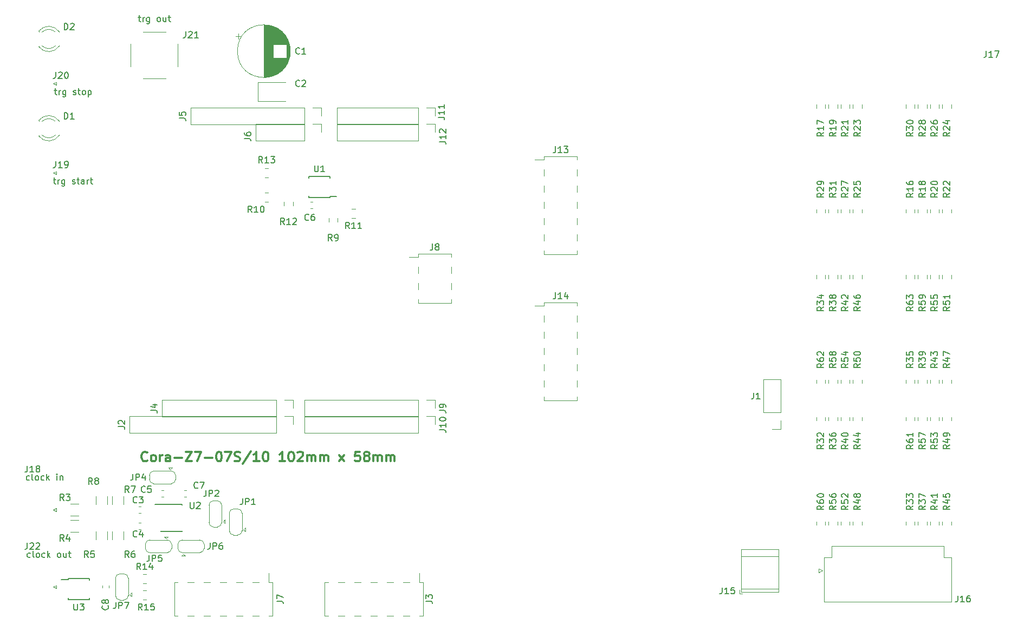
<source format=gto>
G04 #@! TF.GenerationSoftware,KiCad,Pcbnew,(5.1.5)-3*
G04 #@! TF.CreationDate,2020-02-25T10:17:19+01:00*
G04 #@! TF.ProjectId,FPGA_buffer_board,46504741-5f62-4756-9666-65725f626f61,1.1*
G04 #@! TF.SameCoordinates,Original*
G04 #@! TF.FileFunction,Legend,Top*
G04 #@! TF.FilePolarity,Positive*
%FSLAX46Y46*%
G04 Gerber Fmt 4.6, Leading zero omitted, Abs format (unit mm)*
G04 Created by KiCad (PCBNEW (5.1.5)-3) date 2020-02-25 10:17:19*
%MOMM*%
%LPD*%
G04 APERTURE LIST*
%ADD10C,0.150000*%
%ADD11C,0.300000*%
%ADD12C,0.120000*%
G04 APERTURE END LIST*
D10*
X94861428Y-64555714D02*
X95242380Y-64555714D01*
X95004285Y-64222380D02*
X95004285Y-65079523D01*
X95051904Y-65174761D01*
X95147142Y-65222380D01*
X95242380Y-65222380D01*
X95575714Y-65222380D02*
X95575714Y-64555714D01*
X95575714Y-64746190D02*
X95623333Y-64650952D01*
X95670952Y-64603333D01*
X95766190Y-64555714D01*
X95861428Y-64555714D01*
X96623333Y-64555714D02*
X96623333Y-65365238D01*
X96575714Y-65460476D01*
X96528095Y-65508095D01*
X96432857Y-65555714D01*
X96290000Y-65555714D01*
X96194761Y-65508095D01*
X96623333Y-65174761D02*
X96528095Y-65222380D01*
X96337619Y-65222380D01*
X96242380Y-65174761D01*
X96194761Y-65127142D01*
X96147142Y-65031904D01*
X96147142Y-64746190D01*
X96194761Y-64650952D01*
X96242380Y-64603333D01*
X96337619Y-64555714D01*
X96528095Y-64555714D01*
X96623333Y-64603333D01*
X97813809Y-65174761D02*
X97909047Y-65222380D01*
X98099523Y-65222380D01*
X98194761Y-65174761D01*
X98242380Y-65079523D01*
X98242380Y-65031904D01*
X98194761Y-64936666D01*
X98099523Y-64889047D01*
X97956666Y-64889047D01*
X97861428Y-64841428D01*
X97813809Y-64746190D01*
X97813809Y-64698571D01*
X97861428Y-64603333D01*
X97956666Y-64555714D01*
X98099523Y-64555714D01*
X98194761Y-64603333D01*
X98528095Y-64555714D02*
X98909047Y-64555714D01*
X98670952Y-64222380D02*
X98670952Y-65079523D01*
X98718571Y-65174761D01*
X98813809Y-65222380D01*
X98909047Y-65222380D01*
X99385238Y-65222380D02*
X99290000Y-65174761D01*
X99242380Y-65127142D01*
X99194761Y-65031904D01*
X99194761Y-64746190D01*
X99242380Y-64650952D01*
X99290000Y-64603333D01*
X99385238Y-64555714D01*
X99528095Y-64555714D01*
X99623333Y-64603333D01*
X99670952Y-64650952D01*
X99718571Y-64746190D01*
X99718571Y-65031904D01*
X99670952Y-65127142D01*
X99623333Y-65174761D01*
X99528095Y-65222380D01*
X99385238Y-65222380D01*
X100147142Y-64555714D02*
X100147142Y-65555714D01*
X100147142Y-64603333D02*
X100242380Y-64555714D01*
X100432857Y-64555714D01*
X100528095Y-64603333D01*
X100575714Y-64650952D01*
X100623333Y-64746190D01*
X100623333Y-65031904D01*
X100575714Y-65127142D01*
X100528095Y-65174761D01*
X100432857Y-65222380D01*
X100242380Y-65222380D01*
X100147142Y-65174761D01*
X94718571Y-78525714D02*
X95099523Y-78525714D01*
X94861428Y-78192380D02*
X94861428Y-79049523D01*
X94909047Y-79144761D01*
X95004285Y-79192380D01*
X95099523Y-79192380D01*
X95432857Y-79192380D02*
X95432857Y-78525714D01*
X95432857Y-78716190D02*
X95480476Y-78620952D01*
X95528095Y-78573333D01*
X95623333Y-78525714D01*
X95718571Y-78525714D01*
X96480476Y-78525714D02*
X96480476Y-79335238D01*
X96432857Y-79430476D01*
X96385238Y-79478095D01*
X96290000Y-79525714D01*
X96147142Y-79525714D01*
X96051904Y-79478095D01*
X96480476Y-79144761D02*
X96385238Y-79192380D01*
X96194761Y-79192380D01*
X96099523Y-79144761D01*
X96051904Y-79097142D01*
X96004285Y-79001904D01*
X96004285Y-78716190D01*
X96051904Y-78620952D01*
X96099523Y-78573333D01*
X96194761Y-78525714D01*
X96385238Y-78525714D01*
X96480476Y-78573333D01*
X97670952Y-79144761D02*
X97766190Y-79192380D01*
X97956666Y-79192380D01*
X98051904Y-79144761D01*
X98099523Y-79049523D01*
X98099523Y-79001904D01*
X98051904Y-78906666D01*
X97956666Y-78859047D01*
X97813809Y-78859047D01*
X97718571Y-78811428D01*
X97670952Y-78716190D01*
X97670952Y-78668571D01*
X97718571Y-78573333D01*
X97813809Y-78525714D01*
X97956666Y-78525714D01*
X98051904Y-78573333D01*
X98385238Y-78525714D02*
X98766190Y-78525714D01*
X98528095Y-78192380D02*
X98528095Y-79049523D01*
X98575714Y-79144761D01*
X98670952Y-79192380D01*
X98766190Y-79192380D01*
X99528095Y-79192380D02*
X99528095Y-78668571D01*
X99480476Y-78573333D01*
X99385238Y-78525714D01*
X99194761Y-78525714D01*
X99099523Y-78573333D01*
X99528095Y-79144761D02*
X99432857Y-79192380D01*
X99194761Y-79192380D01*
X99099523Y-79144761D01*
X99051904Y-79049523D01*
X99051904Y-78954285D01*
X99099523Y-78859047D01*
X99194761Y-78811428D01*
X99432857Y-78811428D01*
X99528095Y-78763809D01*
X100004285Y-79192380D02*
X100004285Y-78525714D01*
X100004285Y-78716190D02*
X100051904Y-78620952D01*
X100099523Y-78573333D01*
X100194761Y-78525714D01*
X100290000Y-78525714D01*
X100480476Y-78525714D02*
X100861428Y-78525714D01*
X100623333Y-78192380D02*
X100623333Y-79049523D01*
X100670952Y-79144761D01*
X100766190Y-79192380D01*
X100861428Y-79192380D01*
X107966190Y-53125714D02*
X108347142Y-53125714D01*
X108109047Y-52792380D02*
X108109047Y-53649523D01*
X108156666Y-53744761D01*
X108251904Y-53792380D01*
X108347142Y-53792380D01*
X108680476Y-53792380D02*
X108680476Y-53125714D01*
X108680476Y-53316190D02*
X108728095Y-53220952D01*
X108775714Y-53173333D01*
X108870952Y-53125714D01*
X108966190Y-53125714D01*
X109728095Y-53125714D02*
X109728095Y-53935238D01*
X109680476Y-54030476D01*
X109632857Y-54078095D01*
X109537619Y-54125714D01*
X109394761Y-54125714D01*
X109299523Y-54078095D01*
X109728095Y-53744761D02*
X109632857Y-53792380D01*
X109442380Y-53792380D01*
X109347142Y-53744761D01*
X109299523Y-53697142D01*
X109251904Y-53601904D01*
X109251904Y-53316190D01*
X109299523Y-53220952D01*
X109347142Y-53173333D01*
X109442380Y-53125714D01*
X109632857Y-53125714D01*
X109728095Y-53173333D01*
X111109047Y-53792380D02*
X111013809Y-53744761D01*
X110966190Y-53697142D01*
X110918571Y-53601904D01*
X110918571Y-53316190D01*
X110966190Y-53220952D01*
X111013809Y-53173333D01*
X111109047Y-53125714D01*
X111251904Y-53125714D01*
X111347142Y-53173333D01*
X111394761Y-53220952D01*
X111442380Y-53316190D01*
X111442380Y-53601904D01*
X111394761Y-53697142D01*
X111347142Y-53744761D01*
X111251904Y-53792380D01*
X111109047Y-53792380D01*
X112299523Y-53125714D02*
X112299523Y-53792380D01*
X111870952Y-53125714D02*
X111870952Y-53649523D01*
X111918571Y-53744761D01*
X112013809Y-53792380D01*
X112156666Y-53792380D01*
X112251904Y-53744761D01*
X112299523Y-53697142D01*
X112632857Y-53125714D02*
X113013809Y-53125714D01*
X112775714Y-52792380D02*
X112775714Y-53649523D01*
X112823333Y-53744761D01*
X112918571Y-53792380D01*
X113013809Y-53792380D01*
X91099047Y-137564761D02*
X91003809Y-137612380D01*
X90813333Y-137612380D01*
X90718095Y-137564761D01*
X90670476Y-137517142D01*
X90622857Y-137421904D01*
X90622857Y-137136190D01*
X90670476Y-137040952D01*
X90718095Y-136993333D01*
X90813333Y-136945714D01*
X91003809Y-136945714D01*
X91099047Y-136993333D01*
X91670476Y-137612380D02*
X91575238Y-137564761D01*
X91527619Y-137469523D01*
X91527619Y-136612380D01*
X92194285Y-137612380D02*
X92099047Y-137564761D01*
X92051428Y-137517142D01*
X92003809Y-137421904D01*
X92003809Y-137136190D01*
X92051428Y-137040952D01*
X92099047Y-136993333D01*
X92194285Y-136945714D01*
X92337142Y-136945714D01*
X92432380Y-136993333D01*
X92480000Y-137040952D01*
X92527619Y-137136190D01*
X92527619Y-137421904D01*
X92480000Y-137517142D01*
X92432380Y-137564761D01*
X92337142Y-137612380D01*
X92194285Y-137612380D01*
X93384761Y-137564761D02*
X93289523Y-137612380D01*
X93099047Y-137612380D01*
X93003809Y-137564761D01*
X92956190Y-137517142D01*
X92908571Y-137421904D01*
X92908571Y-137136190D01*
X92956190Y-137040952D01*
X93003809Y-136993333D01*
X93099047Y-136945714D01*
X93289523Y-136945714D01*
X93384761Y-136993333D01*
X93813333Y-137612380D02*
X93813333Y-136612380D01*
X93908571Y-137231428D02*
X94194285Y-137612380D01*
X94194285Y-136945714D02*
X93813333Y-137326666D01*
X95527619Y-137612380D02*
X95432380Y-137564761D01*
X95384761Y-137517142D01*
X95337142Y-137421904D01*
X95337142Y-137136190D01*
X95384761Y-137040952D01*
X95432380Y-136993333D01*
X95527619Y-136945714D01*
X95670476Y-136945714D01*
X95765714Y-136993333D01*
X95813333Y-137040952D01*
X95860952Y-137136190D01*
X95860952Y-137421904D01*
X95813333Y-137517142D01*
X95765714Y-137564761D01*
X95670476Y-137612380D01*
X95527619Y-137612380D01*
X96718095Y-136945714D02*
X96718095Y-137612380D01*
X96289523Y-136945714D02*
X96289523Y-137469523D01*
X96337142Y-137564761D01*
X96432380Y-137612380D01*
X96575238Y-137612380D01*
X96670476Y-137564761D01*
X96718095Y-137517142D01*
X97051428Y-136945714D02*
X97432380Y-136945714D01*
X97194285Y-136612380D02*
X97194285Y-137469523D01*
X97241904Y-137564761D01*
X97337142Y-137612380D01*
X97432380Y-137612380D01*
X90964047Y-125499761D02*
X90868809Y-125547380D01*
X90678333Y-125547380D01*
X90583095Y-125499761D01*
X90535476Y-125452142D01*
X90487857Y-125356904D01*
X90487857Y-125071190D01*
X90535476Y-124975952D01*
X90583095Y-124928333D01*
X90678333Y-124880714D01*
X90868809Y-124880714D01*
X90964047Y-124928333D01*
X91535476Y-125547380D02*
X91440238Y-125499761D01*
X91392619Y-125404523D01*
X91392619Y-124547380D01*
X92059285Y-125547380D02*
X91964047Y-125499761D01*
X91916428Y-125452142D01*
X91868809Y-125356904D01*
X91868809Y-125071190D01*
X91916428Y-124975952D01*
X91964047Y-124928333D01*
X92059285Y-124880714D01*
X92202142Y-124880714D01*
X92297380Y-124928333D01*
X92345000Y-124975952D01*
X92392619Y-125071190D01*
X92392619Y-125356904D01*
X92345000Y-125452142D01*
X92297380Y-125499761D01*
X92202142Y-125547380D01*
X92059285Y-125547380D01*
X93249761Y-125499761D02*
X93154523Y-125547380D01*
X92964047Y-125547380D01*
X92868809Y-125499761D01*
X92821190Y-125452142D01*
X92773571Y-125356904D01*
X92773571Y-125071190D01*
X92821190Y-124975952D01*
X92868809Y-124928333D01*
X92964047Y-124880714D01*
X93154523Y-124880714D01*
X93249761Y-124928333D01*
X93678333Y-125547380D02*
X93678333Y-124547380D01*
X93773571Y-125166428D02*
X94059285Y-125547380D01*
X94059285Y-124880714D02*
X93678333Y-125261666D01*
X95249761Y-125547380D02*
X95249761Y-124880714D01*
X95249761Y-124547380D02*
X95202142Y-124595000D01*
X95249761Y-124642619D01*
X95297380Y-124595000D01*
X95249761Y-124547380D01*
X95249761Y-124642619D01*
X95725952Y-124880714D02*
X95725952Y-125547380D01*
X95725952Y-124975952D02*
X95773571Y-124928333D01*
X95868809Y-124880714D01*
X96011666Y-124880714D01*
X96106904Y-124928333D01*
X96154523Y-125023571D01*
X96154523Y-125547380D01*
D11*
X109377142Y-122455714D02*
X109305714Y-122527142D01*
X109091428Y-122598571D01*
X108948571Y-122598571D01*
X108734285Y-122527142D01*
X108591428Y-122384285D01*
X108520000Y-122241428D01*
X108448571Y-121955714D01*
X108448571Y-121741428D01*
X108520000Y-121455714D01*
X108591428Y-121312857D01*
X108734285Y-121170000D01*
X108948571Y-121098571D01*
X109091428Y-121098571D01*
X109305714Y-121170000D01*
X109377142Y-121241428D01*
X110234285Y-122598571D02*
X110091428Y-122527142D01*
X110020000Y-122455714D01*
X109948571Y-122312857D01*
X109948571Y-121884285D01*
X110020000Y-121741428D01*
X110091428Y-121670000D01*
X110234285Y-121598571D01*
X110448571Y-121598571D01*
X110591428Y-121670000D01*
X110662857Y-121741428D01*
X110734285Y-121884285D01*
X110734285Y-122312857D01*
X110662857Y-122455714D01*
X110591428Y-122527142D01*
X110448571Y-122598571D01*
X110234285Y-122598571D01*
X111377142Y-122598571D02*
X111377142Y-121598571D01*
X111377142Y-121884285D02*
X111448571Y-121741428D01*
X111520000Y-121670000D01*
X111662857Y-121598571D01*
X111805714Y-121598571D01*
X112948571Y-122598571D02*
X112948571Y-121812857D01*
X112877142Y-121670000D01*
X112734285Y-121598571D01*
X112448571Y-121598571D01*
X112305714Y-121670000D01*
X112948571Y-122527142D02*
X112805714Y-122598571D01*
X112448571Y-122598571D01*
X112305714Y-122527142D01*
X112234285Y-122384285D01*
X112234285Y-122241428D01*
X112305714Y-122098571D01*
X112448571Y-122027142D01*
X112805714Y-122027142D01*
X112948571Y-121955714D01*
X113662857Y-122027142D02*
X114805714Y-122027142D01*
X115377142Y-121098571D02*
X116377142Y-121098571D01*
X115377142Y-122598571D01*
X116377142Y-122598571D01*
X116805714Y-121098571D02*
X117805714Y-121098571D01*
X117162857Y-122598571D01*
X118377142Y-122027142D02*
X119520000Y-122027142D01*
X120520000Y-121098571D02*
X120662857Y-121098571D01*
X120805714Y-121170000D01*
X120877142Y-121241428D01*
X120948571Y-121384285D01*
X121020000Y-121670000D01*
X121020000Y-122027142D01*
X120948571Y-122312857D01*
X120877142Y-122455714D01*
X120805714Y-122527142D01*
X120662857Y-122598571D01*
X120520000Y-122598571D01*
X120377142Y-122527142D01*
X120305714Y-122455714D01*
X120234285Y-122312857D01*
X120162857Y-122027142D01*
X120162857Y-121670000D01*
X120234285Y-121384285D01*
X120305714Y-121241428D01*
X120377142Y-121170000D01*
X120520000Y-121098571D01*
X121520000Y-121098571D02*
X122520000Y-121098571D01*
X121877142Y-122598571D01*
X123020000Y-122527142D02*
X123234285Y-122598571D01*
X123591428Y-122598571D01*
X123734285Y-122527142D01*
X123805714Y-122455714D01*
X123877142Y-122312857D01*
X123877142Y-122170000D01*
X123805714Y-122027142D01*
X123734285Y-121955714D01*
X123591428Y-121884285D01*
X123305714Y-121812857D01*
X123162857Y-121741428D01*
X123091428Y-121670000D01*
X123020000Y-121527142D01*
X123020000Y-121384285D01*
X123091428Y-121241428D01*
X123162857Y-121170000D01*
X123305714Y-121098571D01*
X123662857Y-121098571D01*
X123877142Y-121170000D01*
X125591428Y-121027142D02*
X124305714Y-122955714D01*
X126877142Y-122598571D02*
X126020000Y-122598571D01*
X126448571Y-122598571D02*
X126448571Y-121098571D01*
X126305714Y-121312857D01*
X126162857Y-121455714D01*
X126020000Y-121527142D01*
X127805714Y-121098571D02*
X127948571Y-121098571D01*
X128091428Y-121170000D01*
X128162857Y-121241428D01*
X128234285Y-121384285D01*
X128305714Y-121670000D01*
X128305714Y-122027142D01*
X128234285Y-122312857D01*
X128162857Y-122455714D01*
X128091428Y-122527142D01*
X127948571Y-122598571D01*
X127805714Y-122598571D01*
X127662857Y-122527142D01*
X127591428Y-122455714D01*
X127520000Y-122312857D01*
X127448571Y-122027142D01*
X127448571Y-121670000D01*
X127520000Y-121384285D01*
X127591428Y-121241428D01*
X127662857Y-121170000D01*
X127805714Y-121098571D01*
X130877142Y-122598571D02*
X130020000Y-122598571D01*
X130448571Y-122598571D02*
X130448571Y-121098571D01*
X130305714Y-121312857D01*
X130162857Y-121455714D01*
X130020000Y-121527142D01*
X131805714Y-121098571D02*
X131948571Y-121098571D01*
X132091428Y-121170000D01*
X132162857Y-121241428D01*
X132234285Y-121384285D01*
X132305714Y-121670000D01*
X132305714Y-122027142D01*
X132234285Y-122312857D01*
X132162857Y-122455714D01*
X132091428Y-122527142D01*
X131948571Y-122598571D01*
X131805714Y-122598571D01*
X131662857Y-122527142D01*
X131591428Y-122455714D01*
X131520000Y-122312857D01*
X131448571Y-122027142D01*
X131448571Y-121670000D01*
X131520000Y-121384285D01*
X131591428Y-121241428D01*
X131662857Y-121170000D01*
X131805714Y-121098571D01*
X132877142Y-121241428D02*
X132948571Y-121170000D01*
X133091428Y-121098571D01*
X133448571Y-121098571D01*
X133591428Y-121170000D01*
X133662857Y-121241428D01*
X133734285Y-121384285D01*
X133734285Y-121527142D01*
X133662857Y-121741428D01*
X132805714Y-122598571D01*
X133734285Y-122598571D01*
X134377142Y-122598571D02*
X134377142Y-121598571D01*
X134377142Y-121741428D02*
X134448571Y-121670000D01*
X134591428Y-121598571D01*
X134805714Y-121598571D01*
X134948571Y-121670000D01*
X135020000Y-121812857D01*
X135020000Y-122598571D01*
X135020000Y-121812857D02*
X135091428Y-121670000D01*
X135234285Y-121598571D01*
X135448571Y-121598571D01*
X135591428Y-121670000D01*
X135662857Y-121812857D01*
X135662857Y-122598571D01*
X136377142Y-122598571D02*
X136377142Y-121598571D01*
X136377142Y-121741428D02*
X136448571Y-121670000D01*
X136591428Y-121598571D01*
X136805714Y-121598571D01*
X136948571Y-121670000D01*
X137020000Y-121812857D01*
X137020000Y-122598571D01*
X137020000Y-121812857D02*
X137091428Y-121670000D01*
X137234285Y-121598571D01*
X137448571Y-121598571D01*
X137591428Y-121670000D01*
X137662857Y-121812857D01*
X137662857Y-122598571D01*
X139377142Y-122598571D02*
X140162857Y-121598571D01*
X139377142Y-121598571D02*
X140162857Y-122598571D01*
X142591428Y-121098571D02*
X141877142Y-121098571D01*
X141805714Y-121812857D01*
X141877142Y-121741428D01*
X142020000Y-121670000D01*
X142377142Y-121670000D01*
X142520000Y-121741428D01*
X142591428Y-121812857D01*
X142662857Y-121955714D01*
X142662857Y-122312857D01*
X142591428Y-122455714D01*
X142520000Y-122527142D01*
X142377142Y-122598571D01*
X142020000Y-122598571D01*
X141877142Y-122527142D01*
X141805714Y-122455714D01*
X143520000Y-121741428D02*
X143377142Y-121670000D01*
X143305714Y-121598571D01*
X143234285Y-121455714D01*
X143234285Y-121384285D01*
X143305714Y-121241428D01*
X143377142Y-121170000D01*
X143520000Y-121098571D01*
X143805714Y-121098571D01*
X143948571Y-121170000D01*
X144020000Y-121241428D01*
X144091428Y-121384285D01*
X144091428Y-121455714D01*
X144020000Y-121598571D01*
X143948571Y-121670000D01*
X143805714Y-121741428D01*
X143520000Y-121741428D01*
X143377142Y-121812857D01*
X143305714Y-121884285D01*
X143234285Y-122027142D01*
X143234285Y-122312857D01*
X143305714Y-122455714D01*
X143377142Y-122527142D01*
X143520000Y-122598571D01*
X143805714Y-122598571D01*
X143948571Y-122527142D01*
X144020000Y-122455714D01*
X144091428Y-122312857D01*
X144091428Y-122027142D01*
X144020000Y-121884285D01*
X143948571Y-121812857D01*
X143805714Y-121741428D01*
X144734285Y-122598571D02*
X144734285Y-121598571D01*
X144734285Y-121741428D02*
X144805714Y-121670000D01*
X144948571Y-121598571D01*
X145162857Y-121598571D01*
X145305714Y-121670000D01*
X145377142Y-121812857D01*
X145377142Y-122598571D01*
X145377142Y-121812857D02*
X145448571Y-121670000D01*
X145591428Y-121598571D01*
X145805714Y-121598571D01*
X145948571Y-121670000D01*
X146020000Y-121812857D01*
X146020000Y-122598571D01*
X146734285Y-122598571D02*
X146734285Y-121598571D01*
X146734285Y-121741428D02*
X146805714Y-121670000D01*
X146948571Y-121598571D01*
X147162857Y-121598571D01*
X147305714Y-121670000D01*
X147377142Y-121812857D01*
X147377142Y-122598571D01*
X147377142Y-121812857D02*
X147448571Y-121670000D01*
X147591428Y-121598571D01*
X147805714Y-121598571D01*
X147948571Y-121670000D01*
X148020000Y-121812857D01*
X148020000Y-122598571D01*
D12*
X135186267Y-83060000D02*
X134843733Y-83060000D01*
X135186267Y-82040000D02*
X134843733Y-82040000D01*
X111931267Y-128145000D02*
X111588733Y-128145000D01*
X111931267Y-127125000D02*
X111588733Y-127125000D01*
X102360000Y-142068733D02*
X102360000Y-142411267D01*
X103380000Y-142068733D02*
X103380000Y-142411267D01*
X122890000Y-134130000D02*
G75*
G02X122190000Y-133430000I0J700000D01*
G01*
X124190000Y-133430000D02*
G75*
G02X123490000Y-134130000I-700000J0D01*
G01*
X123490000Y-130030000D02*
G75*
G02X124190000Y-130730000I0J-700000D01*
G01*
X122190000Y-130730000D02*
G75*
G02X122890000Y-130030000I700000J0D01*
G01*
X122190000Y-133480000D02*
X122190000Y-130680000D01*
X122890000Y-130030000D02*
X123490000Y-130030000D01*
X124190000Y-130680000D02*
X124190000Y-133480000D01*
X123490000Y-134130000D02*
X122890000Y-134130000D01*
X124390000Y-133280000D02*
X124690000Y-133580000D01*
X124690000Y-133580000D02*
X124690000Y-132980000D01*
X124390000Y-133280000D02*
X124690000Y-132980000D01*
X95652335Y-69406392D02*
G75*
G03X92420000Y-69249484I-1672335J-1078608D01*
G01*
X95652335Y-71563608D02*
G75*
G02X92420000Y-71720516I-1672335J1078608D01*
G01*
X95021130Y-69405163D02*
G75*
G03X92939039Y-69405000I-1041130J-1079837D01*
G01*
X95021130Y-71564837D02*
G75*
G02X92939039Y-71565000I-1041130J1079837D01*
G01*
X92420000Y-69249000D02*
X92420000Y-69405000D01*
X92420000Y-71565000D02*
X92420000Y-71721000D01*
X137720000Y-84583748D02*
X137720000Y-85106252D01*
X139140000Y-84583748D02*
X139140000Y-85106252D01*
X128286252Y-81990000D02*
X127763748Y-81990000D01*
X128286252Y-80570000D02*
X127763748Y-80570000D01*
X141866252Y-84530000D02*
X141343748Y-84530000D01*
X141866252Y-83110000D02*
X141343748Y-83110000D01*
X132155000Y-82566252D02*
X132155000Y-82043748D01*
X130735000Y-82566252D02*
X130735000Y-82043748D01*
X97405436Y-131085000D02*
X98609564Y-131085000D01*
X97405436Y-129265000D02*
X98609564Y-129265000D01*
X108713748Y-140260000D02*
X109236252Y-140260000D01*
X108713748Y-141680000D02*
X109236252Y-141680000D01*
X112960000Y-123895000D02*
X112660000Y-123595000D01*
X113260000Y-123595000D02*
X112660000Y-123595000D01*
X112960000Y-123895000D02*
X113260000Y-123595000D01*
X113810000Y-124795000D02*
X113810000Y-125395000D01*
X110360000Y-124095000D02*
X113160000Y-124095000D01*
X109710000Y-125395000D02*
X109710000Y-124795000D01*
X113160000Y-126095000D02*
X110360000Y-126095000D01*
X110410000Y-126095000D02*
G75*
G02X109710000Y-125395000I0J700000D01*
G01*
X109710000Y-124795000D02*
G75*
G02X110410000Y-124095000I700000J0D01*
G01*
X113110000Y-124095000D02*
G75*
G02X113810000Y-124795000I0J-700000D01*
G01*
X113810000Y-125395000D02*
G75*
G02X113110000Y-126095000I-700000J0D01*
G01*
X131715000Y-58420000D02*
G75*
G03X131715000Y-58420000I-4120000J0D01*
G01*
X127595000Y-54340000D02*
X127595000Y-62500000D01*
X127635000Y-54340000D02*
X127635000Y-62500000D01*
X127675000Y-54340000D02*
X127675000Y-62500000D01*
X127715000Y-54341000D02*
X127715000Y-62499000D01*
X127755000Y-54343000D02*
X127755000Y-62497000D01*
X127795000Y-54344000D02*
X127795000Y-62496000D01*
X127835000Y-54346000D02*
X127835000Y-62494000D01*
X127875000Y-54349000D02*
X127875000Y-62491000D01*
X127915000Y-54352000D02*
X127915000Y-62488000D01*
X127955000Y-54355000D02*
X127955000Y-62485000D01*
X127995000Y-54359000D02*
X127995000Y-62481000D01*
X128035000Y-54363000D02*
X128035000Y-62477000D01*
X128075000Y-54368000D02*
X128075000Y-62472000D01*
X128115000Y-54372000D02*
X128115000Y-62468000D01*
X128155000Y-54378000D02*
X128155000Y-62462000D01*
X128195000Y-54383000D02*
X128195000Y-62457000D01*
X128235000Y-54390000D02*
X128235000Y-62450000D01*
X128275000Y-54396000D02*
X128275000Y-62444000D01*
X128316000Y-54403000D02*
X128316000Y-62437000D01*
X128356000Y-54410000D02*
X128356000Y-62430000D01*
X128396000Y-54418000D02*
X128396000Y-62422000D01*
X128436000Y-54426000D02*
X128436000Y-62414000D01*
X128476000Y-54435000D02*
X128476000Y-62405000D01*
X128516000Y-54444000D02*
X128516000Y-62396000D01*
X128556000Y-54453000D02*
X128556000Y-62387000D01*
X128596000Y-54463000D02*
X128596000Y-62377000D01*
X128636000Y-54473000D02*
X128636000Y-62367000D01*
X128676000Y-54484000D02*
X128676000Y-62356000D01*
X128716000Y-54495000D02*
X128716000Y-62345000D01*
X128756000Y-54506000D02*
X128756000Y-62334000D01*
X128796000Y-54518000D02*
X128796000Y-62322000D01*
X128836000Y-54531000D02*
X128836000Y-62309000D01*
X128876000Y-54543000D02*
X128876000Y-62297000D01*
X128916000Y-54557000D02*
X128916000Y-62283000D01*
X128956000Y-54570000D02*
X128956000Y-62270000D01*
X128996000Y-54585000D02*
X128996000Y-62255000D01*
X129036000Y-54599000D02*
X129036000Y-62241000D01*
X129076000Y-54615000D02*
X129076000Y-57380000D01*
X129076000Y-59460000D02*
X129076000Y-62225000D01*
X129116000Y-54630000D02*
X129116000Y-57380000D01*
X129116000Y-59460000D02*
X129116000Y-62210000D01*
X129156000Y-54646000D02*
X129156000Y-57380000D01*
X129156000Y-59460000D02*
X129156000Y-62194000D01*
X129196000Y-54663000D02*
X129196000Y-57380000D01*
X129196000Y-59460000D02*
X129196000Y-62177000D01*
X129236000Y-54680000D02*
X129236000Y-57380000D01*
X129236000Y-59460000D02*
X129236000Y-62160000D01*
X129276000Y-54698000D02*
X129276000Y-57380000D01*
X129276000Y-59460000D02*
X129276000Y-62142000D01*
X129316000Y-54716000D02*
X129316000Y-57380000D01*
X129316000Y-59460000D02*
X129316000Y-62124000D01*
X129356000Y-54734000D02*
X129356000Y-57380000D01*
X129356000Y-59460000D02*
X129356000Y-62106000D01*
X129396000Y-54754000D02*
X129396000Y-57380000D01*
X129396000Y-59460000D02*
X129396000Y-62086000D01*
X129436000Y-54773000D02*
X129436000Y-57380000D01*
X129436000Y-59460000D02*
X129436000Y-62067000D01*
X129476000Y-54793000D02*
X129476000Y-57380000D01*
X129476000Y-59460000D02*
X129476000Y-62047000D01*
X129516000Y-54814000D02*
X129516000Y-57380000D01*
X129516000Y-59460000D02*
X129516000Y-62026000D01*
X129556000Y-54836000D02*
X129556000Y-57380000D01*
X129556000Y-59460000D02*
X129556000Y-62004000D01*
X129596000Y-54858000D02*
X129596000Y-57380000D01*
X129596000Y-59460000D02*
X129596000Y-61982000D01*
X129636000Y-54880000D02*
X129636000Y-57380000D01*
X129636000Y-59460000D02*
X129636000Y-61960000D01*
X129676000Y-54903000D02*
X129676000Y-57380000D01*
X129676000Y-59460000D02*
X129676000Y-61937000D01*
X129716000Y-54927000D02*
X129716000Y-57380000D01*
X129716000Y-59460000D02*
X129716000Y-61913000D01*
X129756000Y-54951000D02*
X129756000Y-57380000D01*
X129756000Y-59460000D02*
X129756000Y-61889000D01*
X129796000Y-54976000D02*
X129796000Y-57380000D01*
X129796000Y-59460000D02*
X129796000Y-61864000D01*
X129836000Y-55002000D02*
X129836000Y-57380000D01*
X129836000Y-59460000D02*
X129836000Y-61838000D01*
X129876000Y-55028000D02*
X129876000Y-57380000D01*
X129876000Y-59460000D02*
X129876000Y-61812000D01*
X129916000Y-55055000D02*
X129916000Y-57380000D01*
X129916000Y-59460000D02*
X129916000Y-61785000D01*
X129956000Y-55082000D02*
X129956000Y-57380000D01*
X129956000Y-59460000D02*
X129956000Y-61758000D01*
X129996000Y-55111000D02*
X129996000Y-57380000D01*
X129996000Y-59460000D02*
X129996000Y-61729000D01*
X130036000Y-55140000D02*
X130036000Y-57380000D01*
X130036000Y-59460000D02*
X130036000Y-61700000D01*
X130076000Y-55170000D02*
X130076000Y-57380000D01*
X130076000Y-59460000D02*
X130076000Y-61670000D01*
X130116000Y-55200000D02*
X130116000Y-57380000D01*
X130116000Y-59460000D02*
X130116000Y-61640000D01*
X130156000Y-55231000D02*
X130156000Y-57380000D01*
X130156000Y-59460000D02*
X130156000Y-61609000D01*
X130196000Y-55264000D02*
X130196000Y-57380000D01*
X130196000Y-59460000D02*
X130196000Y-61576000D01*
X130236000Y-55296000D02*
X130236000Y-57380000D01*
X130236000Y-59460000D02*
X130236000Y-61544000D01*
X130276000Y-55330000D02*
X130276000Y-57380000D01*
X130276000Y-59460000D02*
X130276000Y-61510000D01*
X130316000Y-55365000D02*
X130316000Y-57380000D01*
X130316000Y-59460000D02*
X130316000Y-61475000D01*
X130356000Y-55401000D02*
X130356000Y-57380000D01*
X130356000Y-59460000D02*
X130356000Y-61439000D01*
X130396000Y-55437000D02*
X130396000Y-57380000D01*
X130396000Y-59460000D02*
X130396000Y-61403000D01*
X130436000Y-55475000D02*
X130436000Y-57380000D01*
X130436000Y-59460000D02*
X130436000Y-61365000D01*
X130476000Y-55513000D02*
X130476000Y-57380000D01*
X130476000Y-59460000D02*
X130476000Y-61327000D01*
X130516000Y-55553000D02*
X130516000Y-57380000D01*
X130516000Y-59460000D02*
X130516000Y-61287000D01*
X130556000Y-55594000D02*
X130556000Y-57380000D01*
X130556000Y-59460000D02*
X130556000Y-61246000D01*
X130596000Y-55636000D02*
X130596000Y-57380000D01*
X130596000Y-59460000D02*
X130596000Y-61204000D01*
X130636000Y-55679000D02*
X130636000Y-57380000D01*
X130636000Y-59460000D02*
X130636000Y-61161000D01*
X130676000Y-55723000D02*
X130676000Y-57380000D01*
X130676000Y-59460000D02*
X130676000Y-61117000D01*
X130716000Y-55769000D02*
X130716000Y-57380000D01*
X130716000Y-59460000D02*
X130716000Y-61071000D01*
X130756000Y-55816000D02*
X130756000Y-57380000D01*
X130756000Y-59460000D02*
X130756000Y-61024000D01*
X130796000Y-55864000D02*
X130796000Y-57380000D01*
X130796000Y-59460000D02*
X130796000Y-60976000D01*
X130836000Y-55915000D02*
X130836000Y-57380000D01*
X130836000Y-59460000D02*
X130836000Y-60925000D01*
X130876000Y-55966000D02*
X130876000Y-57380000D01*
X130876000Y-59460000D02*
X130876000Y-60874000D01*
X130916000Y-56020000D02*
X130916000Y-57380000D01*
X130916000Y-59460000D02*
X130916000Y-60820000D01*
X130956000Y-56075000D02*
X130956000Y-57380000D01*
X130956000Y-59460000D02*
X130956000Y-60765000D01*
X130996000Y-56133000D02*
X130996000Y-57380000D01*
X130996000Y-59460000D02*
X130996000Y-60707000D01*
X131036000Y-56192000D02*
X131036000Y-57380000D01*
X131036000Y-59460000D02*
X131036000Y-60648000D01*
X131076000Y-56254000D02*
X131076000Y-57380000D01*
X131076000Y-59460000D02*
X131076000Y-60586000D01*
X131116000Y-56318000D02*
X131116000Y-57380000D01*
X131116000Y-59460000D02*
X131116000Y-60522000D01*
X131156000Y-56386000D02*
X131156000Y-60454000D01*
X131196000Y-56456000D02*
X131196000Y-60384000D01*
X131236000Y-56530000D02*
X131236000Y-60310000D01*
X131276000Y-56607000D02*
X131276000Y-60233000D01*
X131316000Y-56689000D02*
X131316000Y-60151000D01*
X131356000Y-56775000D02*
X131356000Y-60065000D01*
X131396000Y-56868000D02*
X131396000Y-59972000D01*
X131436000Y-56967000D02*
X131436000Y-59873000D01*
X131476000Y-57074000D02*
X131476000Y-59766000D01*
X131516000Y-57191000D02*
X131516000Y-59649000D01*
X131556000Y-57322000D02*
X131556000Y-59518000D01*
X131596000Y-57472000D02*
X131596000Y-59368000D01*
X131636000Y-57652000D02*
X131636000Y-59188000D01*
X131676000Y-57887000D02*
X131676000Y-58953000D01*
X123185302Y-56105000D02*
X123985302Y-56105000D01*
X123585302Y-55705000D02*
X123585302Y-56505000D01*
X111700000Y-112970000D02*
X111700000Y-115630000D01*
X129540000Y-112970000D02*
X111700000Y-112970000D01*
X129540000Y-115630000D02*
X111700000Y-115630000D01*
X129540000Y-112970000D02*
X129540000Y-115630000D01*
X130810000Y-112970000D02*
X132140000Y-112970000D01*
X132140000Y-112970000D02*
X132140000Y-114300000D01*
X121215000Y-132010000D02*
X121515000Y-131710000D01*
X121515000Y-132310000D02*
X121515000Y-131710000D01*
X121215000Y-132010000D02*
X121515000Y-132310000D01*
X120315000Y-132860000D02*
X119715000Y-132860000D01*
X121015000Y-129410000D02*
X121015000Y-132210000D01*
X119715000Y-128760000D02*
X120315000Y-128760000D01*
X119015000Y-132210000D02*
X119015000Y-129410000D01*
X119015000Y-129460000D02*
G75*
G02X119715000Y-128760000I700000J0D01*
G01*
X120315000Y-128760000D02*
G75*
G02X121015000Y-129460000I0J-700000D01*
G01*
X121015000Y-132160000D02*
G75*
G02X120315000Y-132860000I-700000J0D01*
G01*
X119715000Y-132860000D02*
G75*
G02X119015000Y-132160000I0J700000D01*
G01*
X113175000Y-136190000D02*
G75*
G02X112475000Y-136890000I-700000J0D01*
G01*
X112475000Y-134890000D02*
G75*
G02X113175000Y-135590000I0J-700000D01*
G01*
X109075000Y-135590000D02*
G75*
G02X109775000Y-134890000I700000J0D01*
G01*
X109775000Y-136890000D02*
G75*
G02X109075000Y-136190000I0J700000D01*
G01*
X112525000Y-136890000D02*
X109725000Y-136890000D01*
X109075000Y-136190000D02*
X109075000Y-135590000D01*
X109725000Y-134890000D02*
X112525000Y-134890000D01*
X113175000Y-135590000D02*
X113175000Y-136190000D01*
X112325000Y-134690000D02*
X112625000Y-134390000D01*
X112625000Y-134390000D02*
X112025000Y-134390000D01*
X112325000Y-134690000D02*
X112025000Y-134390000D01*
X115005000Y-137090000D02*
X115305000Y-137390000D01*
X114705000Y-137390000D02*
X115305000Y-137390000D01*
X115005000Y-137090000D02*
X114705000Y-137390000D01*
X114155000Y-136190000D02*
X114155000Y-135590000D01*
X117605000Y-136890000D02*
X114805000Y-136890000D01*
X118255000Y-135590000D02*
X118255000Y-136190000D01*
X114805000Y-134890000D02*
X117605000Y-134890000D01*
X117555000Y-134890000D02*
G75*
G02X118255000Y-135590000I0J-700000D01*
G01*
X118255000Y-136190000D02*
G75*
G02X117555000Y-136890000I-700000J0D01*
G01*
X114855000Y-136890000D02*
G75*
G02X114155000Y-136190000I0J700000D01*
G01*
X114155000Y-135590000D02*
G75*
G02X114855000Y-134890000I700000J0D01*
G01*
X106610000Y-143440000D02*
X106910000Y-143140000D01*
X106910000Y-143740000D02*
X106910000Y-143140000D01*
X106610000Y-143440000D02*
X106910000Y-143740000D01*
X105710000Y-144290000D02*
X105110000Y-144290000D01*
X106410000Y-140840000D02*
X106410000Y-143640000D01*
X105110000Y-140190000D02*
X105710000Y-140190000D01*
X104410000Y-143640000D02*
X104410000Y-140840000D01*
X104410000Y-140890000D02*
G75*
G02X105110000Y-140190000I700000J0D01*
G01*
X105710000Y-140190000D02*
G75*
G02X106410000Y-140890000I0J-700000D01*
G01*
X106410000Y-143590000D02*
G75*
G02X105710000Y-144290000I-700000J0D01*
G01*
X105110000Y-144290000D02*
G75*
G02X104410000Y-143590000I0J700000D01*
G01*
X112290000Y-62735000D02*
X108690000Y-62735000D01*
X112290000Y-55375000D02*
X108690000Y-55375000D01*
X106810000Y-60855000D02*
X106810000Y-57255000D01*
X114170000Y-60855000D02*
X114170000Y-57255000D01*
X108361267Y-130685000D02*
X108018733Y-130685000D01*
X108361267Y-129665000D02*
X108018733Y-129665000D01*
X108361267Y-132205000D02*
X108018733Y-132205000D01*
X108361267Y-133225000D02*
X108018733Y-133225000D01*
X115158733Y-127125000D02*
X115501267Y-127125000D01*
X115158733Y-128145000D02*
X115501267Y-128145000D01*
X208340000Y-109795000D02*
X205680000Y-109795000D01*
X208340000Y-114935000D02*
X208340000Y-109795000D01*
X205680000Y-114935000D02*
X205680000Y-109795000D01*
X208340000Y-114935000D02*
X205680000Y-114935000D01*
X208340000Y-116205000D02*
X208340000Y-117535000D01*
X208340000Y-117535000D02*
X207010000Y-117535000D01*
X106620000Y-115510000D02*
X106620000Y-118170000D01*
X129540000Y-115510000D02*
X106620000Y-115510000D01*
X129540000Y-118170000D02*
X106620000Y-118170000D01*
X129540000Y-115510000D02*
X129540000Y-118170000D01*
X130810000Y-115510000D02*
X132140000Y-115510000D01*
X132140000Y-115510000D02*
X132140000Y-116840000D01*
X133925000Y-115510000D02*
X133925000Y-118170000D01*
X151765000Y-115510000D02*
X133925000Y-115510000D01*
X151765000Y-118170000D02*
X133925000Y-118170000D01*
X151765000Y-115510000D02*
X151765000Y-118170000D01*
X153035000Y-115510000D02*
X154365000Y-115510000D01*
X154365000Y-115510000D02*
X154365000Y-116840000D01*
X139005000Y-69790000D02*
X139005000Y-72450000D01*
X151765000Y-69790000D02*
X139005000Y-69790000D01*
X151765000Y-72450000D02*
X139005000Y-72450000D01*
X151765000Y-69790000D02*
X151765000Y-72450000D01*
X153035000Y-69790000D02*
X154365000Y-69790000D01*
X154365000Y-69790000D02*
X154365000Y-71120000D01*
X131010000Y-63260000D02*
X126625000Y-63260000D01*
X126625000Y-63260000D02*
X126625000Y-66280000D01*
X126625000Y-66280000D02*
X131010000Y-66280000D01*
X97405436Y-133625000D02*
X98609564Y-133625000D01*
X97405436Y-131805000D02*
X98609564Y-131805000D01*
X101325000Y-134804564D02*
X101325000Y-133600436D01*
X103145000Y-134804564D02*
X103145000Y-133600436D01*
X103865000Y-134804564D02*
X103865000Y-133600436D01*
X105685000Y-134804564D02*
X105685000Y-133600436D01*
X103865000Y-128085436D02*
X103865000Y-129289564D01*
X105685000Y-128085436D02*
X105685000Y-129289564D01*
X127763748Y-76760000D02*
X128286252Y-76760000D01*
X127763748Y-78180000D02*
X128286252Y-78180000D01*
X108713748Y-142800000D02*
X109236252Y-142800000D01*
X108713748Y-144220000D02*
X109236252Y-144220000D01*
X229310000Y-83168748D02*
X229310000Y-83691252D01*
X227890000Y-83168748D02*
X227890000Y-83691252D01*
X215340000Y-67326252D02*
X215340000Y-66803748D01*
X213920000Y-67326252D02*
X213920000Y-66803748D01*
X229795000Y-83168748D02*
X229795000Y-83691252D01*
X231215000Y-83168748D02*
X231215000Y-83691252D01*
X215825000Y-67326252D02*
X215825000Y-66803748D01*
X217245000Y-67326252D02*
X217245000Y-66803748D01*
X233120000Y-83168748D02*
X233120000Y-83691252D01*
X231700000Y-83168748D02*
X231700000Y-83691252D01*
X219150000Y-67326252D02*
X219150000Y-66803748D01*
X217730000Y-67326252D02*
X217730000Y-66803748D01*
X233605000Y-83168748D02*
X233605000Y-83691252D01*
X235025000Y-83168748D02*
X235025000Y-83691252D01*
X219635000Y-67326252D02*
X219635000Y-66803748D01*
X221055000Y-67326252D02*
X221055000Y-66803748D01*
X233605000Y-67326252D02*
X233605000Y-66803748D01*
X235025000Y-67326252D02*
X235025000Y-66803748D01*
X221055000Y-83168748D02*
X221055000Y-83691252D01*
X219635000Y-83168748D02*
X219635000Y-83691252D01*
X233120000Y-67326252D02*
X233120000Y-66803748D01*
X231700000Y-67326252D02*
X231700000Y-66803748D01*
X219150000Y-83168748D02*
X219150000Y-83691252D01*
X217730000Y-83168748D02*
X217730000Y-83691252D01*
X229795000Y-67326252D02*
X229795000Y-66803748D01*
X231215000Y-67326252D02*
X231215000Y-66803748D01*
X215340000Y-83168748D02*
X215340000Y-83691252D01*
X213920000Y-83168748D02*
X213920000Y-83691252D01*
X229310000Y-67326252D02*
X229310000Y-66803748D01*
X227890000Y-67326252D02*
X227890000Y-66803748D01*
X215825000Y-83168748D02*
X215825000Y-83691252D01*
X217245000Y-83168748D02*
X217245000Y-83691252D01*
X213920000Y-116221252D02*
X213920000Y-115698748D01*
X215340000Y-116221252D02*
X215340000Y-115698748D01*
X227890000Y-132063748D02*
X227890000Y-132586252D01*
X229310000Y-132063748D02*
X229310000Y-132586252D01*
X215340000Y-93996252D02*
X215340000Y-93473748D01*
X213920000Y-93996252D02*
X213920000Y-93473748D01*
X229310000Y-109838748D02*
X229310000Y-110361252D01*
X227890000Y-109838748D02*
X227890000Y-110361252D01*
X217245000Y-116221252D02*
X217245000Y-115698748D01*
X215825000Y-116221252D02*
X215825000Y-115698748D01*
X231215000Y-132063748D02*
X231215000Y-132586252D01*
X229795000Y-132063748D02*
X229795000Y-132586252D01*
X215825000Y-93996252D02*
X215825000Y-93473748D01*
X217245000Y-93996252D02*
X217245000Y-93473748D01*
X229795000Y-109838748D02*
X229795000Y-110361252D01*
X231215000Y-109838748D02*
X231215000Y-110361252D01*
X219150000Y-116221252D02*
X219150000Y-115698748D01*
X217730000Y-116221252D02*
X217730000Y-115698748D01*
X231700000Y-132063748D02*
X231700000Y-132586252D01*
X233120000Y-132063748D02*
X233120000Y-132586252D01*
X219150000Y-93996252D02*
X219150000Y-93473748D01*
X217730000Y-93996252D02*
X217730000Y-93473748D01*
X233120000Y-109838748D02*
X233120000Y-110361252D01*
X231700000Y-109838748D02*
X231700000Y-110361252D01*
X219635000Y-116221252D02*
X219635000Y-115698748D01*
X221055000Y-116221252D02*
X221055000Y-115698748D01*
X233605000Y-132063748D02*
X233605000Y-132586252D01*
X235025000Y-132063748D02*
X235025000Y-132586252D01*
X219635000Y-93996252D02*
X219635000Y-93473748D01*
X221055000Y-93996252D02*
X221055000Y-93473748D01*
X233605000Y-109838748D02*
X233605000Y-110361252D01*
X235025000Y-109838748D02*
X235025000Y-110361252D01*
X219635000Y-132063748D02*
X219635000Y-132586252D01*
X221055000Y-132063748D02*
X221055000Y-132586252D01*
X235025000Y-116221252D02*
X235025000Y-115698748D01*
X233605000Y-116221252D02*
X233605000Y-115698748D01*
X219635000Y-109838748D02*
X219635000Y-110361252D01*
X221055000Y-109838748D02*
X221055000Y-110361252D01*
X235025000Y-93996252D02*
X235025000Y-93473748D01*
X233605000Y-93996252D02*
X233605000Y-93473748D01*
X219150000Y-132063748D02*
X219150000Y-132586252D01*
X217730000Y-132063748D02*
X217730000Y-132586252D01*
X231700000Y-116221252D02*
X231700000Y-115698748D01*
X233120000Y-116221252D02*
X233120000Y-115698748D01*
X219150000Y-109838748D02*
X219150000Y-110361252D01*
X217730000Y-109838748D02*
X217730000Y-110361252D01*
X231700000Y-93996252D02*
X231700000Y-93473748D01*
X233120000Y-93996252D02*
X233120000Y-93473748D01*
X215825000Y-132063748D02*
X215825000Y-132586252D01*
X217245000Y-132063748D02*
X217245000Y-132586252D01*
X231215000Y-116221252D02*
X231215000Y-115698748D01*
X229795000Y-116221252D02*
X229795000Y-115698748D01*
X215825000Y-109838748D02*
X215825000Y-110361252D01*
X217245000Y-109838748D02*
X217245000Y-110361252D01*
X231215000Y-93996252D02*
X231215000Y-93473748D01*
X229795000Y-93996252D02*
X229795000Y-93473748D01*
X215340000Y-132063748D02*
X215340000Y-132586252D01*
X213920000Y-132063748D02*
X213920000Y-132586252D01*
X227890000Y-116221252D02*
X227890000Y-115698748D01*
X229310000Y-116221252D02*
X229310000Y-115698748D01*
X215340000Y-109838748D02*
X215340000Y-110361252D01*
X213920000Y-109838748D02*
X213920000Y-110361252D01*
X95652335Y-55436392D02*
G75*
G03X92420000Y-55279484I-1672335J-1078608D01*
G01*
X95652335Y-57593608D02*
G75*
G02X92420000Y-57750516I-1672335J1078608D01*
G01*
X95021130Y-55435163D02*
G75*
G03X92939039Y-55435000I-1041130J-1079837D01*
G01*
X95021130Y-57594837D02*
G75*
G02X92939039Y-57595000I-1041130J1079837D01*
G01*
X92420000Y-55279000D02*
X92420000Y-55435000D01*
X92420000Y-57595000D02*
X92420000Y-57751000D01*
X116145000Y-67250000D02*
X116145000Y-69910000D01*
X133985000Y-67250000D02*
X116145000Y-67250000D01*
X133985000Y-69910000D02*
X116145000Y-69910000D01*
X133985000Y-67250000D02*
X133985000Y-69910000D01*
X135255000Y-67250000D02*
X136585000Y-67250000D01*
X136585000Y-67250000D02*
X136585000Y-68580000D01*
X227890000Y-93996252D02*
X227890000Y-93473748D01*
X229310000Y-93996252D02*
X229310000Y-93473748D01*
X126305000Y-69790000D02*
X126305000Y-72450000D01*
X133985000Y-69790000D02*
X126305000Y-69790000D01*
X133985000Y-72450000D02*
X126305000Y-72450000D01*
X133985000Y-69790000D02*
X133985000Y-72450000D01*
X135255000Y-69790000D02*
X136585000Y-69790000D01*
X136585000Y-69790000D02*
X136585000Y-71120000D01*
X133925000Y-112970000D02*
X133925000Y-115630000D01*
X151765000Y-112970000D02*
X133925000Y-112970000D01*
X151765000Y-115630000D02*
X133925000Y-115630000D01*
X151765000Y-112970000D02*
X151765000Y-115630000D01*
X153035000Y-112970000D02*
X154365000Y-112970000D01*
X154365000Y-112970000D02*
X154365000Y-114300000D01*
X139005000Y-67250000D02*
X139005000Y-69910000D01*
X151765000Y-67250000D02*
X139005000Y-67250000D01*
X151765000Y-69910000D02*
X139005000Y-69910000D01*
X151765000Y-67250000D02*
X151765000Y-69910000D01*
X153035000Y-67250000D02*
X154365000Y-67250000D01*
X154365000Y-67250000D02*
X154365000Y-68580000D01*
X202215000Y-142550000D02*
X207995000Y-142550000D01*
X202215000Y-137450000D02*
X207995000Y-137450000D01*
X202215000Y-136330000D02*
X207995000Y-136330000D01*
X202215000Y-143070000D02*
X207995000Y-143070000D01*
X202215000Y-136330000D02*
X202215000Y-143070000D01*
X207995000Y-136330000D02*
X207995000Y-143070000D01*
X201975000Y-142670000D02*
X201975000Y-143310000D01*
X201975000Y-143310000D02*
X202375000Y-143310000D01*
X215110000Y-144610000D02*
X215110000Y-137590000D01*
X215110000Y-137590000D02*
X216310000Y-137590000D01*
X216310000Y-137590000D02*
X216310000Y-135890000D01*
X216310000Y-135890000D02*
X233870000Y-135890000D01*
X233870000Y-135890000D02*
X233870000Y-137590000D01*
X233870000Y-137590000D02*
X235070000Y-137590000D01*
X235070000Y-137590000D02*
X235070000Y-144610000D01*
X235070000Y-144610000D02*
X215110000Y-144610000D01*
X214910000Y-139700000D02*
X214310000Y-140000000D01*
X214310000Y-140000000D02*
X214310000Y-139400000D01*
X214310000Y-139400000D02*
X214910000Y-139700000D01*
X103145000Y-128085436D02*
X103145000Y-129289564D01*
X101325000Y-128085436D02*
X101325000Y-129289564D01*
D10*
X97045000Y-140940000D02*
X97045000Y-141065000D01*
X100295000Y-140940000D02*
X100295000Y-141165000D01*
X100295000Y-144190000D02*
X100295000Y-143965000D01*
X97045000Y-144190000D02*
X97045000Y-143965000D01*
X97045000Y-140940000D02*
X100295000Y-140940000D01*
X97045000Y-144190000D02*
X100295000Y-144190000D01*
X97045000Y-141065000D02*
X95970000Y-141065000D01*
X137905000Y-81295000D02*
X137905000Y-81170000D01*
X134655000Y-81295000D02*
X134655000Y-81070000D01*
X134655000Y-78045000D02*
X134655000Y-78270000D01*
X137905000Y-78045000D02*
X137905000Y-78270000D01*
X137905000Y-81295000D02*
X134655000Y-81295000D01*
X137905000Y-78045000D02*
X134655000Y-78045000D01*
X137905000Y-81170000D02*
X138980000Y-81170000D01*
X114785000Y-129320000D02*
X114785000Y-129385000D01*
X114785000Y-133570000D02*
X114785000Y-133505000D01*
X111535000Y-133570000D02*
X111535000Y-133505000D01*
X111535000Y-129320000D02*
X114785000Y-129320000D01*
X111535000Y-133570000D02*
X114785000Y-133570000D01*
X111535000Y-129320000D02*
X110610000Y-129320000D01*
D12*
X140210000Y-146730000D02*
X139190000Y-146730000D01*
X140210000Y-141530000D02*
X139190000Y-141530000D01*
X142750000Y-146730000D02*
X141730000Y-146730000D01*
X142750000Y-141530000D02*
X141730000Y-141530000D01*
X145290000Y-146730000D02*
X144270000Y-146730000D01*
X145290000Y-141530000D02*
X144270000Y-141530000D01*
X147830000Y-146730000D02*
X146810000Y-146730000D01*
X147830000Y-141530000D02*
X146810000Y-141530000D01*
X150370000Y-146730000D02*
X149350000Y-146730000D01*
X150370000Y-141530000D02*
X149350000Y-141530000D01*
X137670000Y-146730000D02*
X137100000Y-146730000D01*
X137670000Y-141530000D02*
X137100000Y-141530000D01*
X152460000Y-146730000D02*
X151890000Y-146730000D01*
X152460000Y-141530000D02*
X151890000Y-141530000D01*
X151890000Y-140090000D02*
X151890000Y-141530000D01*
X137100000Y-141530000D02*
X137100000Y-146730000D01*
X152460000Y-141530000D02*
X152460000Y-146730000D01*
X128965000Y-141530000D02*
X128965000Y-146730000D01*
X113605000Y-141530000D02*
X113605000Y-146730000D01*
X128395000Y-140090000D02*
X128395000Y-141530000D01*
X128965000Y-141530000D02*
X128395000Y-141530000D01*
X128965000Y-146730000D02*
X128395000Y-146730000D01*
X114175000Y-141530000D02*
X113605000Y-141530000D01*
X114175000Y-146730000D02*
X113605000Y-146730000D01*
X126875000Y-141530000D02*
X125855000Y-141530000D01*
X126875000Y-146730000D02*
X125855000Y-146730000D01*
X124335000Y-141530000D02*
X123315000Y-141530000D01*
X124335000Y-146730000D02*
X123315000Y-146730000D01*
X121795000Y-141530000D02*
X120775000Y-141530000D01*
X121795000Y-146730000D02*
X120775000Y-146730000D01*
X119255000Y-141530000D02*
X118235000Y-141530000D01*
X119255000Y-146730000D02*
X118235000Y-146730000D01*
X116715000Y-141530000D02*
X115695000Y-141530000D01*
X116715000Y-146730000D02*
X115695000Y-146730000D01*
X151690000Y-90110000D02*
X156890000Y-90110000D01*
X151690000Y-97850000D02*
X156890000Y-97850000D01*
X150250000Y-90680000D02*
X151690000Y-90680000D01*
X151690000Y-90110000D02*
X151690000Y-90680000D01*
X156890000Y-90110000D02*
X156890000Y-90680000D01*
X151690000Y-97280000D02*
X151690000Y-97850000D01*
X156890000Y-97280000D02*
X156890000Y-97850000D01*
X151690000Y-92200000D02*
X151690000Y-93220000D01*
X156890000Y-92200000D02*
X156890000Y-93220000D01*
X151690000Y-94740000D02*
X151690000Y-95760000D01*
X156890000Y-94740000D02*
X156890000Y-95760000D01*
X176575000Y-87120000D02*
X176575000Y-88140000D01*
X171375000Y-87120000D02*
X171375000Y-88140000D01*
X176575000Y-84580000D02*
X176575000Y-85600000D01*
X171375000Y-84580000D02*
X171375000Y-85600000D01*
X176575000Y-82040000D02*
X176575000Y-83060000D01*
X171375000Y-82040000D02*
X171375000Y-83060000D01*
X176575000Y-79500000D02*
X176575000Y-80520000D01*
X171375000Y-79500000D02*
X171375000Y-80520000D01*
X176575000Y-76960000D02*
X176575000Y-77980000D01*
X171375000Y-76960000D02*
X171375000Y-77980000D01*
X176575000Y-89660000D02*
X176575000Y-90230000D01*
X171375000Y-89660000D02*
X171375000Y-90230000D01*
X176575000Y-74870000D02*
X176575000Y-75440000D01*
X171375000Y-74870000D02*
X171375000Y-75440000D01*
X169935000Y-75440000D02*
X171375000Y-75440000D01*
X171375000Y-90230000D02*
X176575000Y-90230000D01*
X171375000Y-74870000D02*
X176575000Y-74870000D01*
X171375000Y-97730000D02*
X176575000Y-97730000D01*
X171375000Y-113090000D02*
X176575000Y-113090000D01*
X169935000Y-98300000D02*
X171375000Y-98300000D01*
X171375000Y-97730000D02*
X171375000Y-98300000D01*
X176575000Y-97730000D02*
X176575000Y-98300000D01*
X171375000Y-112520000D02*
X171375000Y-113090000D01*
X176575000Y-112520000D02*
X176575000Y-113090000D01*
X171375000Y-99820000D02*
X171375000Y-100840000D01*
X176575000Y-99820000D02*
X176575000Y-100840000D01*
X171375000Y-102360000D02*
X171375000Y-103380000D01*
X176575000Y-102360000D02*
X176575000Y-103380000D01*
X171375000Y-104900000D02*
X171375000Y-105920000D01*
X176575000Y-104900000D02*
X176575000Y-105920000D01*
X171375000Y-107440000D02*
X171375000Y-108460000D01*
X176575000Y-107440000D02*
X176575000Y-108460000D01*
X171375000Y-109980000D02*
X171375000Y-111000000D01*
X176575000Y-109980000D02*
X176575000Y-111000000D01*
X95150000Y-129925000D02*
X94650000Y-130175000D01*
X95150000Y-130425000D02*
X95150000Y-129925000D01*
X94650000Y-130175000D02*
X95150000Y-130425000D01*
X94650000Y-77470000D02*
X95150000Y-77720000D01*
X95150000Y-77720000D02*
X95150000Y-77220000D01*
X95150000Y-77220000D02*
X94650000Y-77470000D01*
X95150000Y-63250000D02*
X94650000Y-63500000D01*
X95150000Y-63750000D02*
X95150000Y-63250000D01*
X94650000Y-63500000D02*
X95150000Y-63750000D01*
X94650000Y-142240000D02*
X95150000Y-142490000D01*
X95150000Y-142490000D02*
X95150000Y-141990000D01*
X95150000Y-141990000D02*
X94650000Y-142240000D01*
D10*
X134608333Y-84812142D02*
X134560714Y-84859761D01*
X134417857Y-84907380D01*
X134322619Y-84907380D01*
X134179761Y-84859761D01*
X134084523Y-84764523D01*
X134036904Y-84669285D01*
X133989285Y-84478809D01*
X133989285Y-84335952D01*
X134036904Y-84145476D01*
X134084523Y-84050238D01*
X134179761Y-83955000D01*
X134322619Y-83907380D01*
X134417857Y-83907380D01*
X134560714Y-83955000D01*
X134608333Y-84002619D01*
X135465476Y-83907380D02*
X135275000Y-83907380D01*
X135179761Y-83955000D01*
X135132142Y-84002619D01*
X135036904Y-84145476D01*
X134989285Y-84335952D01*
X134989285Y-84716904D01*
X135036904Y-84812142D01*
X135084523Y-84859761D01*
X135179761Y-84907380D01*
X135370238Y-84907380D01*
X135465476Y-84859761D01*
X135513095Y-84812142D01*
X135560714Y-84716904D01*
X135560714Y-84478809D01*
X135513095Y-84383571D01*
X135465476Y-84335952D01*
X135370238Y-84288333D01*
X135179761Y-84288333D01*
X135084523Y-84335952D01*
X135036904Y-84383571D01*
X134989285Y-84478809D01*
X109053333Y-127357142D02*
X109005714Y-127404761D01*
X108862857Y-127452380D01*
X108767619Y-127452380D01*
X108624761Y-127404761D01*
X108529523Y-127309523D01*
X108481904Y-127214285D01*
X108434285Y-127023809D01*
X108434285Y-126880952D01*
X108481904Y-126690476D01*
X108529523Y-126595238D01*
X108624761Y-126500000D01*
X108767619Y-126452380D01*
X108862857Y-126452380D01*
X109005714Y-126500000D01*
X109053333Y-126547619D01*
X109958095Y-126452380D02*
X109481904Y-126452380D01*
X109434285Y-126928571D01*
X109481904Y-126880952D01*
X109577142Y-126833333D01*
X109815238Y-126833333D01*
X109910476Y-126880952D01*
X109958095Y-126928571D01*
X110005714Y-127023809D01*
X110005714Y-127261904D01*
X109958095Y-127357142D01*
X109910476Y-127404761D01*
X109815238Y-127452380D01*
X109577142Y-127452380D01*
X109481904Y-127404761D01*
X109434285Y-127357142D01*
X103227142Y-145186666D02*
X103274761Y-145234285D01*
X103322380Y-145377142D01*
X103322380Y-145472380D01*
X103274761Y-145615238D01*
X103179523Y-145710476D01*
X103084285Y-145758095D01*
X102893809Y-145805714D01*
X102750952Y-145805714D01*
X102560476Y-145758095D01*
X102465238Y-145710476D01*
X102370000Y-145615238D01*
X102322380Y-145472380D01*
X102322380Y-145377142D01*
X102370000Y-145234285D01*
X102417619Y-145186666D01*
X102750952Y-144615238D02*
X102703333Y-144710476D01*
X102655714Y-144758095D01*
X102560476Y-144805714D01*
X102512857Y-144805714D01*
X102417619Y-144758095D01*
X102370000Y-144710476D01*
X102322380Y-144615238D01*
X102322380Y-144424761D01*
X102370000Y-144329523D01*
X102417619Y-144281904D01*
X102512857Y-144234285D01*
X102560476Y-144234285D01*
X102655714Y-144281904D01*
X102703333Y-144329523D01*
X102750952Y-144424761D01*
X102750952Y-144615238D01*
X102798571Y-144710476D01*
X102846190Y-144758095D01*
X102941428Y-144805714D01*
X103131904Y-144805714D01*
X103227142Y-144758095D01*
X103274761Y-144710476D01*
X103322380Y-144615238D01*
X103322380Y-144424761D01*
X103274761Y-144329523D01*
X103227142Y-144281904D01*
X103131904Y-144234285D01*
X102941428Y-144234285D01*
X102846190Y-144281904D01*
X102798571Y-144329523D01*
X102750952Y-144424761D01*
X124261666Y-128357380D02*
X124261666Y-129071666D01*
X124214047Y-129214523D01*
X124118809Y-129309761D01*
X123975952Y-129357380D01*
X123880714Y-129357380D01*
X124737857Y-129357380D02*
X124737857Y-128357380D01*
X125118809Y-128357380D01*
X125214047Y-128405000D01*
X125261666Y-128452619D01*
X125309285Y-128547857D01*
X125309285Y-128690714D01*
X125261666Y-128785952D01*
X125214047Y-128833571D01*
X125118809Y-128881190D01*
X124737857Y-128881190D01*
X126261666Y-129357380D02*
X125690238Y-129357380D01*
X125975952Y-129357380D02*
X125975952Y-128357380D01*
X125880714Y-128500238D01*
X125785476Y-128595476D01*
X125690238Y-128643095D01*
X96416904Y-69032380D02*
X96416904Y-68032380D01*
X96655000Y-68032380D01*
X96797857Y-68080000D01*
X96893095Y-68175238D01*
X96940714Y-68270476D01*
X96988333Y-68460952D01*
X96988333Y-68603809D01*
X96940714Y-68794285D01*
X96893095Y-68889523D01*
X96797857Y-68984761D01*
X96655000Y-69032380D01*
X96416904Y-69032380D01*
X97940714Y-69032380D02*
X97369285Y-69032380D01*
X97655000Y-69032380D02*
X97655000Y-68032380D01*
X97559761Y-68175238D01*
X97464523Y-68270476D01*
X97369285Y-68318095D01*
X138263333Y-88082380D02*
X137930000Y-87606190D01*
X137691904Y-88082380D02*
X137691904Y-87082380D01*
X138072857Y-87082380D01*
X138168095Y-87130000D01*
X138215714Y-87177619D01*
X138263333Y-87272857D01*
X138263333Y-87415714D01*
X138215714Y-87510952D01*
X138168095Y-87558571D01*
X138072857Y-87606190D01*
X137691904Y-87606190D01*
X138739523Y-88082380D02*
X138930000Y-88082380D01*
X139025238Y-88034761D01*
X139072857Y-87987142D01*
X139168095Y-87844285D01*
X139215714Y-87653809D01*
X139215714Y-87272857D01*
X139168095Y-87177619D01*
X139120476Y-87130000D01*
X139025238Y-87082380D01*
X138834761Y-87082380D01*
X138739523Y-87130000D01*
X138691904Y-87177619D01*
X138644285Y-87272857D01*
X138644285Y-87510952D01*
X138691904Y-87606190D01*
X138739523Y-87653809D01*
X138834761Y-87701428D01*
X139025238Y-87701428D01*
X139120476Y-87653809D01*
X139168095Y-87606190D01*
X139215714Y-87510952D01*
X125722142Y-83637380D02*
X125388809Y-83161190D01*
X125150714Y-83637380D02*
X125150714Y-82637380D01*
X125531666Y-82637380D01*
X125626904Y-82685000D01*
X125674523Y-82732619D01*
X125722142Y-82827857D01*
X125722142Y-82970714D01*
X125674523Y-83065952D01*
X125626904Y-83113571D01*
X125531666Y-83161190D01*
X125150714Y-83161190D01*
X126674523Y-83637380D02*
X126103095Y-83637380D01*
X126388809Y-83637380D02*
X126388809Y-82637380D01*
X126293571Y-82780238D01*
X126198333Y-82875476D01*
X126103095Y-82923095D01*
X127293571Y-82637380D02*
X127388809Y-82637380D01*
X127484047Y-82685000D01*
X127531666Y-82732619D01*
X127579285Y-82827857D01*
X127626904Y-83018333D01*
X127626904Y-83256428D01*
X127579285Y-83446904D01*
X127531666Y-83542142D01*
X127484047Y-83589761D01*
X127388809Y-83637380D01*
X127293571Y-83637380D01*
X127198333Y-83589761D01*
X127150714Y-83542142D01*
X127103095Y-83446904D01*
X127055476Y-83256428D01*
X127055476Y-83018333D01*
X127103095Y-82827857D01*
X127150714Y-82732619D01*
X127198333Y-82685000D01*
X127293571Y-82637380D01*
X140962142Y-86177380D02*
X140628809Y-85701190D01*
X140390714Y-86177380D02*
X140390714Y-85177380D01*
X140771666Y-85177380D01*
X140866904Y-85225000D01*
X140914523Y-85272619D01*
X140962142Y-85367857D01*
X140962142Y-85510714D01*
X140914523Y-85605952D01*
X140866904Y-85653571D01*
X140771666Y-85701190D01*
X140390714Y-85701190D01*
X141914523Y-86177380D02*
X141343095Y-86177380D01*
X141628809Y-86177380D02*
X141628809Y-85177380D01*
X141533571Y-85320238D01*
X141438333Y-85415476D01*
X141343095Y-85463095D01*
X142866904Y-86177380D02*
X142295476Y-86177380D01*
X142581190Y-86177380D02*
X142581190Y-85177380D01*
X142485952Y-85320238D01*
X142390714Y-85415476D01*
X142295476Y-85463095D01*
X130802142Y-85542380D02*
X130468809Y-85066190D01*
X130230714Y-85542380D02*
X130230714Y-84542380D01*
X130611666Y-84542380D01*
X130706904Y-84590000D01*
X130754523Y-84637619D01*
X130802142Y-84732857D01*
X130802142Y-84875714D01*
X130754523Y-84970952D01*
X130706904Y-85018571D01*
X130611666Y-85066190D01*
X130230714Y-85066190D01*
X131754523Y-85542380D02*
X131183095Y-85542380D01*
X131468809Y-85542380D02*
X131468809Y-84542380D01*
X131373571Y-84685238D01*
X131278333Y-84780476D01*
X131183095Y-84828095D01*
X132135476Y-84637619D02*
X132183095Y-84590000D01*
X132278333Y-84542380D01*
X132516428Y-84542380D01*
X132611666Y-84590000D01*
X132659285Y-84637619D01*
X132706904Y-84732857D01*
X132706904Y-84828095D01*
X132659285Y-84970952D01*
X132087857Y-85542380D01*
X132706904Y-85542380D01*
X96353333Y-128722380D02*
X96020000Y-128246190D01*
X95781904Y-128722380D02*
X95781904Y-127722380D01*
X96162857Y-127722380D01*
X96258095Y-127770000D01*
X96305714Y-127817619D01*
X96353333Y-127912857D01*
X96353333Y-128055714D01*
X96305714Y-128150952D01*
X96258095Y-128198571D01*
X96162857Y-128246190D01*
X95781904Y-128246190D01*
X96686666Y-127722380D02*
X97305714Y-127722380D01*
X96972380Y-128103333D01*
X97115238Y-128103333D01*
X97210476Y-128150952D01*
X97258095Y-128198571D01*
X97305714Y-128293809D01*
X97305714Y-128531904D01*
X97258095Y-128627142D01*
X97210476Y-128674761D01*
X97115238Y-128722380D01*
X96829523Y-128722380D01*
X96734285Y-128674761D01*
X96686666Y-128627142D01*
X108332142Y-139517380D02*
X107998809Y-139041190D01*
X107760714Y-139517380D02*
X107760714Y-138517380D01*
X108141666Y-138517380D01*
X108236904Y-138565000D01*
X108284523Y-138612619D01*
X108332142Y-138707857D01*
X108332142Y-138850714D01*
X108284523Y-138945952D01*
X108236904Y-138993571D01*
X108141666Y-139041190D01*
X107760714Y-139041190D01*
X109284523Y-139517380D02*
X108713095Y-139517380D01*
X108998809Y-139517380D02*
X108998809Y-138517380D01*
X108903571Y-138660238D01*
X108808333Y-138755476D01*
X108713095Y-138803095D01*
X110141666Y-138850714D02*
X110141666Y-139517380D01*
X109903571Y-138469761D02*
X109665476Y-139184047D01*
X110284523Y-139184047D01*
X107116666Y-124547380D02*
X107116666Y-125261666D01*
X107069047Y-125404523D01*
X106973809Y-125499761D01*
X106830952Y-125547380D01*
X106735714Y-125547380D01*
X107592857Y-125547380D02*
X107592857Y-124547380D01*
X107973809Y-124547380D01*
X108069047Y-124595000D01*
X108116666Y-124642619D01*
X108164285Y-124737857D01*
X108164285Y-124880714D01*
X108116666Y-124975952D01*
X108069047Y-125023571D01*
X107973809Y-125071190D01*
X107592857Y-125071190D01*
X109021428Y-124880714D02*
X109021428Y-125547380D01*
X108783333Y-124499761D02*
X108545238Y-125214047D01*
X109164285Y-125214047D01*
X133183333Y-58777142D02*
X133135714Y-58824761D01*
X132992857Y-58872380D01*
X132897619Y-58872380D01*
X132754761Y-58824761D01*
X132659523Y-58729523D01*
X132611904Y-58634285D01*
X132564285Y-58443809D01*
X132564285Y-58300952D01*
X132611904Y-58110476D01*
X132659523Y-58015238D01*
X132754761Y-57920000D01*
X132897619Y-57872380D01*
X132992857Y-57872380D01*
X133135714Y-57920000D01*
X133183333Y-57967619D01*
X134135714Y-58872380D02*
X133564285Y-58872380D01*
X133850000Y-58872380D02*
X133850000Y-57872380D01*
X133754761Y-58015238D01*
X133659523Y-58110476D01*
X133564285Y-58158095D01*
X109942380Y-114633333D02*
X110656666Y-114633333D01*
X110799523Y-114680952D01*
X110894761Y-114776190D01*
X110942380Y-114919047D01*
X110942380Y-115014285D01*
X110275714Y-113728571D02*
X110942380Y-113728571D01*
X109894761Y-113966666D02*
X110609047Y-114204761D01*
X110609047Y-113585714D01*
X118546666Y-127087380D02*
X118546666Y-127801666D01*
X118499047Y-127944523D01*
X118403809Y-128039761D01*
X118260952Y-128087380D01*
X118165714Y-128087380D01*
X119022857Y-128087380D02*
X119022857Y-127087380D01*
X119403809Y-127087380D01*
X119499047Y-127135000D01*
X119546666Y-127182619D01*
X119594285Y-127277857D01*
X119594285Y-127420714D01*
X119546666Y-127515952D01*
X119499047Y-127563571D01*
X119403809Y-127611190D01*
X119022857Y-127611190D01*
X119975238Y-127182619D02*
X120022857Y-127135000D01*
X120118095Y-127087380D01*
X120356190Y-127087380D01*
X120451428Y-127135000D01*
X120499047Y-127182619D01*
X120546666Y-127277857D01*
X120546666Y-127373095D01*
X120499047Y-127515952D01*
X119927619Y-128087380D01*
X120546666Y-128087380D01*
X109656666Y-137247380D02*
X109656666Y-137961666D01*
X109609047Y-138104523D01*
X109513809Y-138199761D01*
X109370952Y-138247380D01*
X109275714Y-138247380D01*
X110132857Y-138247380D02*
X110132857Y-137247380D01*
X110513809Y-137247380D01*
X110609047Y-137295000D01*
X110656666Y-137342619D01*
X110704285Y-137437857D01*
X110704285Y-137580714D01*
X110656666Y-137675952D01*
X110609047Y-137723571D01*
X110513809Y-137771190D01*
X110132857Y-137771190D01*
X111609047Y-137247380D02*
X111132857Y-137247380D01*
X111085238Y-137723571D01*
X111132857Y-137675952D01*
X111228095Y-137628333D01*
X111466190Y-137628333D01*
X111561428Y-137675952D01*
X111609047Y-137723571D01*
X111656666Y-137818809D01*
X111656666Y-138056904D01*
X111609047Y-138152142D01*
X111561428Y-138199761D01*
X111466190Y-138247380D01*
X111228095Y-138247380D01*
X111132857Y-138199761D01*
X111085238Y-138152142D01*
X119181666Y-135342380D02*
X119181666Y-136056666D01*
X119134047Y-136199523D01*
X119038809Y-136294761D01*
X118895952Y-136342380D01*
X118800714Y-136342380D01*
X119657857Y-136342380D02*
X119657857Y-135342380D01*
X120038809Y-135342380D01*
X120134047Y-135390000D01*
X120181666Y-135437619D01*
X120229285Y-135532857D01*
X120229285Y-135675714D01*
X120181666Y-135770952D01*
X120134047Y-135818571D01*
X120038809Y-135866190D01*
X119657857Y-135866190D01*
X121086428Y-135342380D02*
X120895952Y-135342380D01*
X120800714Y-135390000D01*
X120753095Y-135437619D01*
X120657857Y-135580476D01*
X120610238Y-135770952D01*
X120610238Y-136151904D01*
X120657857Y-136247142D01*
X120705476Y-136294761D01*
X120800714Y-136342380D01*
X120991190Y-136342380D01*
X121086428Y-136294761D01*
X121134047Y-136247142D01*
X121181666Y-136151904D01*
X121181666Y-135913809D01*
X121134047Y-135818571D01*
X121086428Y-135770952D01*
X120991190Y-135723333D01*
X120800714Y-135723333D01*
X120705476Y-135770952D01*
X120657857Y-135818571D01*
X120610238Y-135913809D01*
X104449666Y-144613380D02*
X104449666Y-145327666D01*
X104402047Y-145470523D01*
X104306809Y-145565761D01*
X104163952Y-145613380D01*
X104068714Y-145613380D01*
X104925857Y-145613380D02*
X104925857Y-144613380D01*
X105306809Y-144613380D01*
X105402047Y-144661000D01*
X105449666Y-144708619D01*
X105497285Y-144803857D01*
X105497285Y-144946714D01*
X105449666Y-145041952D01*
X105402047Y-145089571D01*
X105306809Y-145137190D01*
X104925857Y-145137190D01*
X105830619Y-144613380D02*
X106497285Y-144613380D01*
X106068714Y-145613380D01*
X115395476Y-55332380D02*
X115395476Y-56046666D01*
X115347857Y-56189523D01*
X115252619Y-56284761D01*
X115109761Y-56332380D01*
X115014523Y-56332380D01*
X115824047Y-55427619D02*
X115871666Y-55380000D01*
X115966904Y-55332380D01*
X116205000Y-55332380D01*
X116300238Y-55380000D01*
X116347857Y-55427619D01*
X116395476Y-55522857D01*
X116395476Y-55618095D01*
X116347857Y-55760952D01*
X115776428Y-56332380D01*
X116395476Y-56332380D01*
X117347857Y-56332380D02*
X116776428Y-56332380D01*
X117062142Y-56332380D02*
X117062142Y-55332380D01*
X116966904Y-55475238D01*
X116871666Y-55570476D01*
X116776428Y-55618095D01*
X107783333Y-129008142D02*
X107735714Y-129055761D01*
X107592857Y-129103380D01*
X107497619Y-129103380D01*
X107354761Y-129055761D01*
X107259523Y-128960523D01*
X107211904Y-128865285D01*
X107164285Y-128674809D01*
X107164285Y-128531952D01*
X107211904Y-128341476D01*
X107259523Y-128246238D01*
X107354761Y-128151000D01*
X107497619Y-128103380D01*
X107592857Y-128103380D01*
X107735714Y-128151000D01*
X107783333Y-128198619D01*
X108116666Y-128103380D02*
X108735714Y-128103380D01*
X108402380Y-128484333D01*
X108545238Y-128484333D01*
X108640476Y-128531952D01*
X108688095Y-128579571D01*
X108735714Y-128674809D01*
X108735714Y-128912904D01*
X108688095Y-129008142D01*
X108640476Y-129055761D01*
X108545238Y-129103380D01*
X108259523Y-129103380D01*
X108164285Y-129055761D01*
X108116666Y-129008142D01*
X107783333Y-134342142D02*
X107735714Y-134389761D01*
X107592857Y-134437380D01*
X107497619Y-134437380D01*
X107354761Y-134389761D01*
X107259523Y-134294523D01*
X107211904Y-134199285D01*
X107164285Y-134008809D01*
X107164285Y-133865952D01*
X107211904Y-133675476D01*
X107259523Y-133580238D01*
X107354761Y-133485000D01*
X107497619Y-133437380D01*
X107592857Y-133437380D01*
X107735714Y-133485000D01*
X107783333Y-133532619D01*
X108640476Y-133770714D02*
X108640476Y-134437380D01*
X108402380Y-133389761D02*
X108164285Y-134104047D01*
X108783333Y-134104047D01*
X117308333Y-126722142D02*
X117260714Y-126769761D01*
X117117857Y-126817380D01*
X117022619Y-126817380D01*
X116879761Y-126769761D01*
X116784523Y-126674523D01*
X116736904Y-126579285D01*
X116689285Y-126388809D01*
X116689285Y-126245952D01*
X116736904Y-126055476D01*
X116784523Y-125960238D01*
X116879761Y-125865000D01*
X117022619Y-125817380D01*
X117117857Y-125817380D01*
X117260714Y-125865000D01*
X117308333Y-125912619D01*
X117641666Y-125817380D02*
X118308333Y-125817380D01*
X117879761Y-126817380D01*
X204136666Y-111847380D02*
X204136666Y-112561666D01*
X204089047Y-112704523D01*
X203993809Y-112799761D01*
X203850952Y-112847380D01*
X203755714Y-112847380D01*
X205136666Y-112847380D02*
X204565238Y-112847380D01*
X204850952Y-112847380D02*
X204850952Y-111847380D01*
X204755714Y-111990238D01*
X204660476Y-112085476D01*
X204565238Y-112133095D01*
X104862380Y-117173333D02*
X105576666Y-117173333D01*
X105719523Y-117220952D01*
X105814761Y-117316190D01*
X105862380Y-117459047D01*
X105862380Y-117554285D01*
X104957619Y-116744761D02*
X104910000Y-116697142D01*
X104862380Y-116601904D01*
X104862380Y-116363809D01*
X104910000Y-116268571D01*
X104957619Y-116220952D01*
X105052857Y-116173333D01*
X105148095Y-116173333D01*
X105290952Y-116220952D01*
X105862380Y-116792380D01*
X105862380Y-116173333D01*
X155027380Y-117649523D02*
X155741666Y-117649523D01*
X155884523Y-117697142D01*
X155979761Y-117792380D01*
X156027380Y-117935238D01*
X156027380Y-118030476D01*
X156027380Y-116649523D02*
X156027380Y-117220952D01*
X156027380Y-116935238D02*
X155027380Y-116935238D01*
X155170238Y-117030476D01*
X155265476Y-117125714D01*
X155313095Y-117220952D01*
X155027380Y-116030476D02*
X155027380Y-115935238D01*
X155075000Y-115840000D01*
X155122619Y-115792380D01*
X155217857Y-115744761D01*
X155408333Y-115697142D01*
X155646428Y-115697142D01*
X155836904Y-115744761D01*
X155932142Y-115792380D01*
X155979761Y-115840000D01*
X156027380Y-115935238D01*
X156027380Y-116030476D01*
X155979761Y-116125714D01*
X155932142Y-116173333D01*
X155836904Y-116220952D01*
X155646428Y-116268571D01*
X155408333Y-116268571D01*
X155217857Y-116220952D01*
X155122619Y-116173333D01*
X155075000Y-116125714D01*
X155027380Y-116030476D01*
X155027380Y-72564523D02*
X155741666Y-72564523D01*
X155884523Y-72612142D01*
X155979761Y-72707380D01*
X156027380Y-72850238D01*
X156027380Y-72945476D01*
X156027380Y-71564523D02*
X156027380Y-72135952D01*
X156027380Y-71850238D02*
X155027380Y-71850238D01*
X155170238Y-71945476D01*
X155265476Y-72040714D01*
X155313095Y-72135952D01*
X155122619Y-71183571D02*
X155075000Y-71135952D01*
X155027380Y-71040714D01*
X155027380Y-70802619D01*
X155075000Y-70707380D01*
X155122619Y-70659761D01*
X155217857Y-70612142D01*
X155313095Y-70612142D01*
X155455952Y-70659761D01*
X156027380Y-71231190D01*
X156027380Y-70612142D01*
X133183333Y-63857142D02*
X133135714Y-63904761D01*
X132992857Y-63952380D01*
X132897619Y-63952380D01*
X132754761Y-63904761D01*
X132659523Y-63809523D01*
X132611904Y-63714285D01*
X132564285Y-63523809D01*
X132564285Y-63380952D01*
X132611904Y-63190476D01*
X132659523Y-63095238D01*
X132754761Y-63000000D01*
X132897619Y-62952380D01*
X132992857Y-62952380D01*
X133135714Y-63000000D01*
X133183333Y-63047619D01*
X133564285Y-63047619D02*
X133611904Y-63000000D01*
X133707142Y-62952380D01*
X133945238Y-62952380D01*
X134040476Y-63000000D01*
X134088095Y-63047619D01*
X134135714Y-63142857D01*
X134135714Y-63238095D01*
X134088095Y-63380952D01*
X133516666Y-63952380D01*
X134135714Y-63952380D01*
X96353333Y-135072380D02*
X96020000Y-134596190D01*
X95781904Y-135072380D02*
X95781904Y-134072380D01*
X96162857Y-134072380D01*
X96258095Y-134120000D01*
X96305714Y-134167619D01*
X96353333Y-134262857D01*
X96353333Y-134405714D01*
X96305714Y-134500952D01*
X96258095Y-134548571D01*
X96162857Y-134596190D01*
X95781904Y-134596190D01*
X97210476Y-134405714D02*
X97210476Y-135072380D01*
X96972380Y-134024761D02*
X96734285Y-134739047D01*
X97353333Y-134739047D01*
X100163333Y-137612380D02*
X99830000Y-137136190D01*
X99591904Y-137612380D02*
X99591904Y-136612380D01*
X99972857Y-136612380D01*
X100068095Y-136660000D01*
X100115714Y-136707619D01*
X100163333Y-136802857D01*
X100163333Y-136945714D01*
X100115714Y-137040952D01*
X100068095Y-137088571D01*
X99972857Y-137136190D01*
X99591904Y-137136190D01*
X101068095Y-136612380D02*
X100591904Y-136612380D01*
X100544285Y-137088571D01*
X100591904Y-137040952D01*
X100687142Y-136993333D01*
X100925238Y-136993333D01*
X101020476Y-137040952D01*
X101068095Y-137088571D01*
X101115714Y-137183809D01*
X101115714Y-137421904D01*
X101068095Y-137517142D01*
X101020476Y-137564761D01*
X100925238Y-137612380D01*
X100687142Y-137612380D01*
X100591904Y-137564761D01*
X100544285Y-137517142D01*
X106513333Y-137612380D02*
X106180000Y-137136190D01*
X105941904Y-137612380D02*
X105941904Y-136612380D01*
X106322857Y-136612380D01*
X106418095Y-136660000D01*
X106465714Y-136707619D01*
X106513333Y-136802857D01*
X106513333Y-136945714D01*
X106465714Y-137040952D01*
X106418095Y-137088571D01*
X106322857Y-137136190D01*
X105941904Y-137136190D01*
X107370476Y-136612380D02*
X107180000Y-136612380D01*
X107084761Y-136660000D01*
X107037142Y-136707619D01*
X106941904Y-136850476D01*
X106894285Y-137040952D01*
X106894285Y-137421904D01*
X106941904Y-137517142D01*
X106989523Y-137564761D01*
X107084761Y-137612380D01*
X107275238Y-137612380D01*
X107370476Y-137564761D01*
X107418095Y-137517142D01*
X107465714Y-137421904D01*
X107465714Y-137183809D01*
X107418095Y-137088571D01*
X107370476Y-137040952D01*
X107275238Y-136993333D01*
X107084761Y-136993333D01*
X106989523Y-137040952D01*
X106941904Y-137088571D01*
X106894285Y-137183809D01*
X106513333Y-127452380D02*
X106180000Y-126976190D01*
X105941904Y-127452380D02*
X105941904Y-126452380D01*
X106322857Y-126452380D01*
X106418095Y-126500000D01*
X106465714Y-126547619D01*
X106513333Y-126642857D01*
X106513333Y-126785714D01*
X106465714Y-126880952D01*
X106418095Y-126928571D01*
X106322857Y-126976190D01*
X105941904Y-126976190D01*
X106846666Y-126452380D02*
X107513333Y-126452380D01*
X107084761Y-127452380D01*
X127382142Y-75890380D02*
X127048809Y-75414190D01*
X126810714Y-75890380D02*
X126810714Y-74890380D01*
X127191666Y-74890380D01*
X127286904Y-74938000D01*
X127334523Y-74985619D01*
X127382142Y-75080857D01*
X127382142Y-75223714D01*
X127334523Y-75318952D01*
X127286904Y-75366571D01*
X127191666Y-75414190D01*
X126810714Y-75414190D01*
X128334523Y-75890380D02*
X127763095Y-75890380D01*
X128048809Y-75890380D02*
X128048809Y-74890380D01*
X127953571Y-75033238D01*
X127858333Y-75128476D01*
X127763095Y-75176095D01*
X128667857Y-74890380D02*
X129286904Y-74890380D01*
X128953571Y-75271333D01*
X129096428Y-75271333D01*
X129191666Y-75318952D01*
X129239285Y-75366571D01*
X129286904Y-75461809D01*
X129286904Y-75699904D01*
X129239285Y-75795142D01*
X129191666Y-75842761D01*
X129096428Y-75890380D01*
X128810714Y-75890380D01*
X128715476Y-75842761D01*
X128667857Y-75795142D01*
X108577142Y-145867380D02*
X108243809Y-145391190D01*
X108005714Y-145867380D02*
X108005714Y-144867380D01*
X108386666Y-144867380D01*
X108481904Y-144915000D01*
X108529523Y-144962619D01*
X108577142Y-145057857D01*
X108577142Y-145200714D01*
X108529523Y-145295952D01*
X108481904Y-145343571D01*
X108386666Y-145391190D01*
X108005714Y-145391190D01*
X109529523Y-145867380D02*
X108958095Y-145867380D01*
X109243809Y-145867380D02*
X109243809Y-144867380D01*
X109148571Y-145010238D01*
X109053333Y-145105476D01*
X108958095Y-145153095D01*
X110434285Y-144867380D02*
X109958095Y-144867380D01*
X109910476Y-145343571D01*
X109958095Y-145295952D01*
X110053333Y-145248333D01*
X110291428Y-145248333D01*
X110386666Y-145295952D01*
X110434285Y-145343571D01*
X110481904Y-145438809D01*
X110481904Y-145676904D01*
X110434285Y-145772142D01*
X110386666Y-145819761D01*
X110291428Y-145867380D01*
X110053333Y-145867380D01*
X109958095Y-145819761D01*
X109910476Y-145772142D01*
X229052380Y-80652857D02*
X228576190Y-80986190D01*
X229052380Y-81224285D02*
X228052380Y-81224285D01*
X228052380Y-80843333D01*
X228100000Y-80748095D01*
X228147619Y-80700476D01*
X228242857Y-80652857D01*
X228385714Y-80652857D01*
X228480952Y-80700476D01*
X228528571Y-80748095D01*
X228576190Y-80843333D01*
X228576190Y-81224285D01*
X229052380Y-79700476D02*
X229052380Y-80271904D01*
X229052380Y-79986190D02*
X228052380Y-79986190D01*
X228195238Y-80081428D01*
X228290476Y-80176666D01*
X228338095Y-80271904D01*
X228052380Y-78843333D02*
X228052380Y-79033809D01*
X228100000Y-79129047D01*
X228147619Y-79176666D01*
X228290476Y-79271904D01*
X228480952Y-79319523D01*
X228861904Y-79319523D01*
X228957142Y-79271904D01*
X229004761Y-79224285D01*
X229052380Y-79129047D01*
X229052380Y-78938571D01*
X229004761Y-78843333D01*
X228957142Y-78795714D01*
X228861904Y-78748095D01*
X228623809Y-78748095D01*
X228528571Y-78795714D01*
X228480952Y-78843333D01*
X228433333Y-78938571D01*
X228433333Y-79129047D01*
X228480952Y-79224285D01*
X228528571Y-79271904D01*
X228623809Y-79319523D01*
X215082380Y-71127857D02*
X214606190Y-71461190D01*
X215082380Y-71699285D02*
X214082380Y-71699285D01*
X214082380Y-71318333D01*
X214130000Y-71223095D01*
X214177619Y-71175476D01*
X214272857Y-71127857D01*
X214415714Y-71127857D01*
X214510952Y-71175476D01*
X214558571Y-71223095D01*
X214606190Y-71318333D01*
X214606190Y-71699285D01*
X215082380Y-70175476D02*
X215082380Y-70746904D01*
X215082380Y-70461190D02*
X214082380Y-70461190D01*
X214225238Y-70556428D01*
X214320476Y-70651666D01*
X214368095Y-70746904D01*
X214082380Y-69842142D02*
X214082380Y-69175476D01*
X215082380Y-69604047D01*
X230957380Y-80652857D02*
X230481190Y-80986190D01*
X230957380Y-81224285D02*
X229957380Y-81224285D01*
X229957380Y-80843333D01*
X230005000Y-80748095D01*
X230052619Y-80700476D01*
X230147857Y-80652857D01*
X230290714Y-80652857D01*
X230385952Y-80700476D01*
X230433571Y-80748095D01*
X230481190Y-80843333D01*
X230481190Y-81224285D01*
X230957380Y-79700476D02*
X230957380Y-80271904D01*
X230957380Y-79986190D02*
X229957380Y-79986190D01*
X230100238Y-80081428D01*
X230195476Y-80176666D01*
X230243095Y-80271904D01*
X230385952Y-79129047D02*
X230338333Y-79224285D01*
X230290714Y-79271904D01*
X230195476Y-79319523D01*
X230147857Y-79319523D01*
X230052619Y-79271904D01*
X230005000Y-79224285D01*
X229957380Y-79129047D01*
X229957380Y-78938571D01*
X230005000Y-78843333D01*
X230052619Y-78795714D01*
X230147857Y-78748095D01*
X230195476Y-78748095D01*
X230290714Y-78795714D01*
X230338333Y-78843333D01*
X230385952Y-78938571D01*
X230385952Y-79129047D01*
X230433571Y-79224285D01*
X230481190Y-79271904D01*
X230576428Y-79319523D01*
X230766904Y-79319523D01*
X230862142Y-79271904D01*
X230909761Y-79224285D01*
X230957380Y-79129047D01*
X230957380Y-78938571D01*
X230909761Y-78843333D01*
X230862142Y-78795714D01*
X230766904Y-78748095D01*
X230576428Y-78748095D01*
X230481190Y-78795714D01*
X230433571Y-78843333D01*
X230385952Y-78938571D01*
X216987380Y-71127857D02*
X216511190Y-71461190D01*
X216987380Y-71699285D02*
X215987380Y-71699285D01*
X215987380Y-71318333D01*
X216035000Y-71223095D01*
X216082619Y-71175476D01*
X216177857Y-71127857D01*
X216320714Y-71127857D01*
X216415952Y-71175476D01*
X216463571Y-71223095D01*
X216511190Y-71318333D01*
X216511190Y-71699285D01*
X216987380Y-70175476D02*
X216987380Y-70746904D01*
X216987380Y-70461190D02*
X215987380Y-70461190D01*
X216130238Y-70556428D01*
X216225476Y-70651666D01*
X216273095Y-70746904D01*
X216987380Y-69699285D02*
X216987380Y-69508809D01*
X216939761Y-69413571D01*
X216892142Y-69365952D01*
X216749285Y-69270714D01*
X216558809Y-69223095D01*
X216177857Y-69223095D01*
X216082619Y-69270714D01*
X216035000Y-69318333D01*
X215987380Y-69413571D01*
X215987380Y-69604047D01*
X216035000Y-69699285D01*
X216082619Y-69746904D01*
X216177857Y-69794523D01*
X216415952Y-69794523D01*
X216511190Y-69746904D01*
X216558809Y-69699285D01*
X216606428Y-69604047D01*
X216606428Y-69413571D01*
X216558809Y-69318333D01*
X216511190Y-69270714D01*
X216415952Y-69223095D01*
X232862380Y-80652857D02*
X232386190Y-80986190D01*
X232862380Y-81224285D02*
X231862380Y-81224285D01*
X231862380Y-80843333D01*
X231910000Y-80748095D01*
X231957619Y-80700476D01*
X232052857Y-80652857D01*
X232195714Y-80652857D01*
X232290952Y-80700476D01*
X232338571Y-80748095D01*
X232386190Y-80843333D01*
X232386190Y-81224285D01*
X231957619Y-80271904D02*
X231910000Y-80224285D01*
X231862380Y-80129047D01*
X231862380Y-79890952D01*
X231910000Y-79795714D01*
X231957619Y-79748095D01*
X232052857Y-79700476D01*
X232148095Y-79700476D01*
X232290952Y-79748095D01*
X232862380Y-80319523D01*
X232862380Y-79700476D01*
X231862380Y-79081428D02*
X231862380Y-78986190D01*
X231910000Y-78890952D01*
X231957619Y-78843333D01*
X232052857Y-78795714D01*
X232243333Y-78748095D01*
X232481428Y-78748095D01*
X232671904Y-78795714D01*
X232767142Y-78843333D01*
X232814761Y-78890952D01*
X232862380Y-78986190D01*
X232862380Y-79081428D01*
X232814761Y-79176666D01*
X232767142Y-79224285D01*
X232671904Y-79271904D01*
X232481428Y-79319523D01*
X232243333Y-79319523D01*
X232052857Y-79271904D01*
X231957619Y-79224285D01*
X231910000Y-79176666D01*
X231862380Y-79081428D01*
X218892380Y-71127857D02*
X218416190Y-71461190D01*
X218892380Y-71699285D02*
X217892380Y-71699285D01*
X217892380Y-71318333D01*
X217940000Y-71223095D01*
X217987619Y-71175476D01*
X218082857Y-71127857D01*
X218225714Y-71127857D01*
X218320952Y-71175476D01*
X218368571Y-71223095D01*
X218416190Y-71318333D01*
X218416190Y-71699285D01*
X217987619Y-70746904D02*
X217940000Y-70699285D01*
X217892380Y-70604047D01*
X217892380Y-70365952D01*
X217940000Y-70270714D01*
X217987619Y-70223095D01*
X218082857Y-70175476D01*
X218178095Y-70175476D01*
X218320952Y-70223095D01*
X218892380Y-70794523D01*
X218892380Y-70175476D01*
X218892380Y-69223095D02*
X218892380Y-69794523D01*
X218892380Y-69508809D02*
X217892380Y-69508809D01*
X218035238Y-69604047D01*
X218130476Y-69699285D01*
X218178095Y-69794523D01*
X234767380Y-80652857D02*
X234291190Y-80986190D01*
X234767380Y-81224285D02*
X233767380Y-81224285D01*
X233767380Y-80843333D01*
X233815000Y-80748095D01*
X233862619Y-80700476D01*
X233957857Y-80652857D01*
X234100714Y-80652857D01*
X234195952Y-80700476D01*
X234243571Y-80748095D01*
X234291190Y-80843333D01*
X234291190Y-81224285D01*
X233862619Y-80271904D02*
X233815000Y-80224285D01*
X233767380Y-80129047D01*
X233767380Y-79890952D01*
X233815000Y-79795714D01*
X233862619Y-79748095D01*
X233957857Y-79700476D01*
X234053095Y-79700476D01*
X234195952Y-79748095D01*
X234767380Y-80319523D01*
X234767380Y-79700476D01*
X233862619Y-79319523D02*
X233815000Y-79271904D01*
X233767380Y-79176666D01*
X233767380Y-78938571D01*
X233815000Y-78843333D01*
X233862619Y-78795714D01*
X233957857Y-78748095D01*
X234053095Y-78748095D01*
X234195952Y-78795714D01*
X234767380Y-79367142D01*
X234767380Y-78748095D01*
X220797380Y-71127857D02*
X220321190Y-71461190D01*
X220797380Y-71699285D02*
X219797380Y-71699285D01*
X219797380Y-71318333D01*
X219845000Y-71223095D01*
X219892619Y-71175476D01*
X219987857Y-71127857D01*
X220130714Y-71127857D01*
X220225952Y-71175476D01*
X220273571Y-71223095D01*
X220321190Y-71318333D01*
X220321190Y-71699285D01*
X219892619Y-70746904D02*
X219845000Y-70699285D01*
X219797380Y-70604047D01*
X219797380Y-70365952D01*
X219845000Y-70270714D01*
X219892619Y-70223095D01*
X219987857Y-70175476D01*
X220083095Y-70175476D01*
X220225952Y-70223095D01*
X220797380Y-70794523D01*
X220797380Y-70175476D01*
X219797380Y-69842142D02*
X219797380Y-69223095D01*
X220178333Y-69556428D01*
X220178333Y-69413571D01*
X220225952Y-69318333D01*
X220273571Y-69270714D01*
X220368809Y-69223095D01*
X220606904Y-69223095D01*
X220702142Y-69270714D01*
X220749761Y-69318333D01*
X220797380Y-69413571D01*
X220797380Y-69699285D01*
X220749761Y-69794523D01*
X220702142Y-69842142D01*
X234767380Y-71127857D02*
X234291190Y-71461190D01*
X234767380Y-71699285D02*
X233767380Y-71699285D01*
X233767380Y-71318333D01*
X233815000Y-71223095D01*
X233862619Y-71175476D01*
X233957857Y-71127857D01*
X234100714Y-71127857D01*
X234195952Y-71175476D01*
X234243571Y-71223095D01*
X234291190Y-71318333D01*
X234291190Y-71699285D01*
X233862619Y-70746904D02*
X233815000Y-70699285D01*
X233767380Y-70604047D01*
X233767380Y-70365952D01*
X233815000Y-70270714D01*
X233862619Y-70223095D01*
X233957857Y-70175476D01*
X234053095Y-70175476D01*
X234195952Y-70223095D01*
X234767380Y-70794523D01*
X234767380Y-70175476D01*
X234100714Y-69318333D02*
X234767380Y-69318333D01*
X233719761Y-69556428D02*
X234434047Y-69794523D01*
X234434047Y-69175476D01*
X220797380Y-80652857D02*
X220321190Y-80986190D01*
X220797380Y-81224285D02*
X219797380Y-81224285D01*
X219797380Y-80843333D01*
X219845000Y-80748095D01*
X219892619Y-80700476D01*
X219987857Y-80652857D01*
X220130714Y-80652857D01*
X220225952Y-80700476D01*
X220273571Y-80748095D01*
X220321190Y-80843333D01*
X220321190Y-81224285D01*
X219892619Y-80271904D02*
X219845000Y-80224285D01*
X219797380Y-80129047D01*
X219797380Y-79890952D01*
X219845000Y-79795714D01*
X219892619Y-79748095D01*
X219987857Y-79700476D01*
X220083095Y-79700476D01*
X220225952Y-79748095D01*
X220797380Y-80319523D01*
X220797380Y-79700476D01*
X219797380Y-78795714D02*
X219797380Y-79271904D01*
X220273571Y-79319523D01*
X220225952Y-79271904D01*
X220178333Y-79176666D01*
X220178333Y-78938571D01*
X220225952Y-78843333D01*
X220273571Y-78795714D01*
X220368809Y-78748095D01*
X220606904Y-78748095D01*
X220702142Y-78795714D01*
X220749761Y-78843333D01*
X220797380Y-78938571D01*
X220797380Y-79176666D01*
X220749761Y-79271904D01*
X220702142Y-79319523D01*
X232862380Y-71127857D02*
X232386190Y-71461190D01*
X232862380Y-71699285D02*
X231862380Y-71699285D01*
X231862380Y-71318333D01*
X231910000Y-71223095D01*
X231957619Y-71175476D01*
X232052857Y-71127857D01*
X232195714Y-71127857D01*
X232290952Y-71175476D01*
X232338571Y-71223095D01*
X232386190Y-71318333D01*
X232386190Y-71699285D01*
X231957619Y-70746904D02*
X231910000Y-70699285D01*
X231862380Y-70604047D01*
X231862380Y-70365952D01*
X231910000Y-70270714D01*
X231957619Y-70223095D01*
X232052857Y-70175476D01*
X232148095Y-70175476D01*
X232290952Y-70223095D01*
X232862380Y-70794523D01*
X232862380Y-70175476D01*
X231862380Y-69318333D02*
X231862380Y-69508809D01*
X231910000Y-69604047D01*
X231957619Y-69651666D01*
X232100476Y-69746904D01*
X232290952Y-69794523D01*
X232671904Y-69794523D01*
X232767142Y-69746904D01*
X232814761Y-69699285D01*
X232862380Y-69604047D01*
X232862380Y-69413571D01*
X232814761Y-69318333D01*
X232767142Y-69270714D01*
X232671904Y-69223095D01*
X232433809Y-69223095D01*
X232338571Y-69270714D01*
X232290952Y-69318333D01*
X232243333Y-69413571D01*
X232243333Y-69604047D01*
X232290952Y-69699285D01*
X232338571Y-69746904D01*
X232433809Y-69794523D01*
X218892380Y-80652857D02*
X218416190Y-80986190D01*
X218892380Y-81224285D02*
X217892380Y-81224285D01*
X217892380Y-80843333D01*
X217940000Y-80748095D01*
X217987619Y-80700476D01*
X218082857Y-80652857D01*
X218225714Y-80652857D01*
X218320952Y-80700476D01*
X218368571Y-80748095D01*
X218416190Y-80843333D01*
X218416190Y-81224285D01*
X217987619Y-80271904D02*
X217940000Y-80224285D01*
X217892380Y-80129047D01*
X217892380Y-79890952D01*
X217940000Y-79795714D01*
X217987619Y-79748095D01*
X218082857Y-79700476D01*
X218178095Y-79700476D01*
X218320952Y-79748095D01*
X218892380Y-80319523D01*
X218892380Y-79700476D01*
X217892380Y-79367142D02*
X217892380Y-78700476D01*
X218892380Y-79129047D01*
X230957380Y-71127857D02*
X230481190Y-71461190D01*
X230957380Y-71699285D02*
X229957380Y-71699285D01*
X229957380Y-71318333D01*
X230005000Y-71223095D01*
X230052619Y-71175476D01*
X230147857Y-71127857D01*
X230290714Y-71127857D01*
X230385952Y-71175476D01*
X230433571Y-71223095D01*
X230481190Y-71318333D01*
X230481190Y-71699285D01*
X230052619Y-70746904D02*
X230005000Y-70699285D01*
X229957380Y-70604047D01*
X229957380Y-70365952D01*
X230005000Y-70270714D01*
X230052619Y-70223095D01*
X230147857Y-70175476D01*
X230243095Y-70175476D01*
X230385952Y-70223095D01*
X230957380Y-70794523D01*
X230957380Y-70175476D01*
X230385952Y-69604047D02*
X230338333Y-69699285D01*
X230290714Y-69746904D01*
X230195476Y-69794523D01*
X230147857Y-69794523D01*
X230052619Y-69746904D01*
X230005000Y-69699285D01*
X229957380Y-69604047D01*
X229957380Y-69413571D01*
X230005000Y-69318333D01*
X230052619Y-69270714D01*
X230147857Y-69223095D01*
X230195476Y-69223095D01*
X230290714Y-69270714D01*
X230338333Y-69318333D01*
X230385952Y-69413571D01*
X230385952Y-69604047D01*
X230433571Y-69699285D01*
X230481190Y-69746904D01*
X230576428Y-69794523D01*
X230766904Y-69794523D01*
X230862142Y-69746904D01*
X230909761Y-69699285D01*
X230957380Y-69604047D01*
X230957380Y-69413571D01*
X230909761Y-69318333D01*
X230862142Y-69270714D01*
X230766904Y-69223095D01*
X230576428Y-69223095D01*
X230481190Y-69270714D01*
X230433571Y-69318333D01*
X230385952Y-69413571D01*
X215082380Y-80652857D02*
X214606190Y-80986190D01*
X215082380Y-81224285D02*
X214082380Y-81224285D01*
X214082380Y-80843333D01*
X214130000Y-80748095D01*
X214177619Y-80700476D01*
X214272857Y-80652857D01*
X214415714Y-80652857D01*
X214510952Y-80700476D01*
X214558571Y-80748095D01*
X214606190Y-80843333D01*
X214606190Y-81224285D01*
X214177619Y-80271904D02*
X214130000Y-80224285D01*
X214082380Y-80129047D01*
X214082380Y-79890952D01*
X214130000Y-79795714D01*
X214177619Y-79748095D01*
X214272857Y-79700476D01*
X214368095Y-79700476D01*
X214510952Y-79748095D01*
X215082380Y-80319523D01*
X215082380Y-79700476D01*
X215082380Y-79224285D02*
X215082380Y-79033809D01*
X215034761Y-78938571D01*
X214987142Y-78890952D01*
X214844285Y-78795714D01*
X214653809Y-78748095D01*
X214272857Y-78748095D01*
X214177619Y-78795714D01*
X214130000Y-78843333D01*
X214082380Y-78938571D01*
X214082380Y-79129047D01*
X214130000Y-79224285D01*
X214177619Y-79271904D01*
X214272857Y-79319523D01*
X214510952Y-79319523D01*
X214606190Y-79271904D01*
X214653809Y-79224285D01*
X214701428Y-79129047D01*
X214701428Y-78938571D01*
X214653809Y-78843333D01*
X214606190Y-78795714D01*
X214510952Y-78748095D01*
X229052380Y-71127857D02*
X228576190Y-71461190D01*
X229052380Y-71699285D02*
X228052380Y-71699285D01*
X228052380Y-71318333D01*
X228100000Y-71223095D01*
X228147619Y-71175476D01*
X228242857Y-71127857D01*
X228385714Y-71127857D01*
X228480952Y-71175476D01*
X228528571Y-71223095D01*
X228576190Y-71318333D01*
X228576190Y-71699285D01*
X228052380Y-70794523D02*
X228052380Y-70175476D01*
X228433333Y-70508809D01*
X228433333Y-70365952D01*
X228480952Y-70270714D01*
X228528571Y-70223095D01*
X228623809Y-70175476D01*
X228861904Y-70175476D01*
X228957142Y-70223095D01*
X229004761Y-70270714D01*
X229052380Y-70365952D01*
X229052380Y-70651666D01*
X229004761Y-70746904D01*
X228957142Y-70794523D01*
X228052380Y-69556428D02*
X228052380Y-69461190D01*
X228100000Y-69365952D01*
X228147619Y-69318333D01*
X228242857Y-69270714D01*
X228433333Y-69223095D01*
X228671428Y-69223095D01*
X228861904Y-69270714D01*
X228957142Y-69318333D01*
X229004761Y-69365952D01*
X229052380Y-69461190D01*
X229052380Y-69556428D01*
X229004761Y-69651666D01*
X228957142Y-69699285D01*
X228861904Y-69746904D01*
X228671428Y-69794523D01*
X228433333Y-69794523D01*
X228242857Y-69746904D01*
X228147619Y-69699285D01*
X228100000Y-69651666D01*
X228052380Y-69556428D01*
X216987380Y-80652857D02*
X216511190Y-80986190D01*
X216987380Y-81224285D02*
X215987380Y-81224285D01*
X215987380Y-80843333D01*
X216035000Y-80748095D01*
X216082619Y-80700476D01*
X216177857Y-80652857D01*
X216320714Y-80652857D01*
X216415952Y-80700476D01*
X216463571Y-80748095D01*
X216511190Y-80843333D01*
X216511190Y-81224285D01*
X215987380Y-80319523D02*
X215987380Y-79700476D01*
X216368333Y-80033809D01*
X216368333Y-79890952D01*
X216415952Y-79795714D01*
X216463571Y-79748095D01*
X216558809Y-79700476D01*
X216796904Y-79700476D01*
X216892142Y-79748095D01*
X216939761Y-79795714D01*
X216987380Y-79890952D01*
X216987380Y-80176666D01*
X216939761Y-80271904D01*
X216892142Y-80319523D01*
X216987380Y-78748095D02*
X216987380Y-79319523D01*
X216987380Y-79033809D02*
X215987380Y-79033809D01*
X216130238Y-79129047D01*
X216225476Y-79224285D01*
X216273095Y-79319523D01*
X215082380Y-120022857D02*
X214606190Y-120356190D01*
X215082380Y-120594285D02*
X214082380Y-120594285D01*
X214082380Y-120213333D01*
X214130000Y-120118095D01*
X214177619Y-120070476D01*
X214272857Y-120022857D01*
X214415714Y-120022857D01*
X214510952Y-120070476D01*
X214558571Y-120118095D01*
X214606190Y-120213333D01*
X214606190Y-120594285D01*
X214082380Y-119689523D02*
X214082380Y-119070476D01*
X214463333Y-119403809D01*
X214463333Y-119260952D01*
X214510952Y-119165714D01*
X214558571Y-119118095D01*
X214653809Y-119070476D01*
X214891904Y-119070476D01*
X214987142Y-119118095D01*
X215034761Y-119165714D01*
X215082380Y-119260952D01*
X215082380Y-119546666D01*
X215034761Y-119641904D01*
X214987142Y-119689523D01*
X214177619Y-118689523D02*
X214130000Y-118641904D01*
X214082380Y-118546666D01*
X214082380Y-118308571D01*
X214130000Y-118213333D01*
X214177619Y-118165714D01*
X214272857Y-118118095D01*
X214368095Y-118118095D01*
X214510952Y-118165714D01*
X215082380Y-118737142D01*
X215082380Y-118118095D01*
X229052380Y-129547857D02*
X228576190Y-129881190D01*
X229052380Y-130119285D02*
X228052380Y-130119285D01*
X228052380Y-129738333D01*
X228100000Y-129643095D01*
X228147619Y-129595476D01*
X228242857Y-129547857D01*
X228385714Y-129547857D01*
X228480952Y-129595476D01*
X228528571Y-129643095D01*
X228576190Y-129738333D01*
X228576190Y-130119285D01*
X228052380Y-129214523D02*
X228052380Y-128595476D01*
X228433333Y-128928809D01*
X228433333Y-128785952D01*
X228480952Y-128690714D01*
X228528571Y-128643095D01*
X228623809Y-128595476D01*
X228861904Y-128595476D01*
X228957142Y-128643095D01*
X229004761Y-128690714D01*
X229052380Y-128785952D01*
X229052380Y-129071666D01*
X229004761Y-129166904D01*
X228957142Y-129214523D01*
X228052380Y-128262142D02*
X228052380Y-127643095D01*
X228433333Y-127976428D01*
X228433333Y-127833571D01*
X228480952Y-127738333D01*
X228528571Y-127690714D01*
X228623809Y-127643095D01*
X228861904Y-127643095D01*
X228957142Y-127690714D01*
X229004761Y-127738333D01*
X229052380Y-127833571D01*
X229052380Y-128119285D01*
X229004761Y-128214523D01*
X228957142Y-128262142D01*
X215082380Y-98432857D02*
X214606190Y-98766190D01*
X215082380Y-99004285D02*
X214082380Y-99004285D01*
X214082380Y-98623333D01*
X214130000Y-98528095D01*
X214177619Y-98480476D01*
X214272857Y-98432857D01*
X214415714Y-98432857D01*
X214510952Y-98480476D01*
X214558571Y-98528095D01*
X214606190Y-98623333D01*
X214606190Y-99004285D01*
X214082380Y-98099523D02*
X214082380Y-97480476D01*
X214463333Y-97813809D01*
X214463333Y-97670952D01*
X214510952Y-97575714D01*
X214558571Y-97528095D01*
X214653809Y-97480476D01*
X214891904Y-97480476D01*
X214987142Y-97528095D01*
X215034761Y-97575714D01*
X215082380Y-97670952D01*
X215082380Y-97956666D01*
X215034761Y-98051904D01*
X214987142Y-98099523D01*
X214415714Y-96623333D02*
X215082380Y-96623333D01*
X214034761Y-96861428D02*
X214749047Y-97099523D01*
X214749047Y-96480476D01*
X229052380Y-107322857D02*
X228576190Y-107656190D01*
X229052380Y-107894285D02*
X228052380Y-107894285D01*
X228052380Y-107513333D01*
X228100000Y-107418095D01*
X228147619Y-107370476D01*
X228242857Y-107322857D01*
X228385714Y-107322857D01*
X228480952Y-107370476D01*
X228528571Y-107418095D01*
X228576190Y-107513333D01*
X228576190Y-107894285D01*
X228052380Y-106989523D02*
X228052380Y-106370476D01*
X228433333Y-106703809D01*
X228433333Y-106560952D01*
X228480952Y-106465714D01*
X228528571Y-106418095D01*
X228623809Y-106370476D01*
X228861904Y-106370476D01*
X228957142Y-106418095D01*
X229004761Y-106465714D01*
X229052380Y-106560952D01*
X229052380Y-106846666D01*
X229004761Y-106941904D01*
X228957142Y-106989523D01*
X228052380Y-105465714D02*
X228052380Y-105941904D01*
X228528571Y-105989523D01*
X228480952Y-105941904D01*
X228433333Y-105846666D01*
X228433333Y-105608571D01*
X228480952Y-105513333D01*
X228528571Y-105465714D01*
X228623809Y-105418095D01*
X228861904Y-105418095D01*
X228957142Y-105465714D01*
X229004761Y-105513333D01*
X229052380Y-105608571D01*
X229052380Y-105846666D01*
X229004761Y-105941904D01*
X228957142Y-105989523D01*
X216987380Y-120022857D02*
X216511190Y-120356190D01*
X216987380Y-120594285D02*
X215987380Y-120594285D01*
X215987380Y-120213333D01*
X216035000Y-120118095D01*
X216082619Y-120070476D01*
X216177857Y-120022857D01*
X216320714Y-120022857D01*
X216415952Y-120070476D01*
X216463571Y-120118095D01*
X216511190Y-120213333D01*
X216511190Y-120594285D01*
X215987380Y-119689523D02*
X215987380Y-119070476D01*
X216368333Y-119403809D01*
X216368333Y-119260952D01*
X216415952Y-119165714D01*
X216463571Y-119118095D01*
X216558809Y-119070476D01*
X216796904Y-119070476D01*
X216892142Y-119118095D01*
X216939761Y-119165714D01*
X216987380Y-119260952D01*
X216987380Y-119546666D01*
X216939761Y-119641904D01*
X216892142Y-119689523D01*
X215987380Y-118213333D02*
X215987380Y-118403809D01*
X216035000Y-118499047D01*
X216082619Y-118546666D01*
X216225476Y-118641904D01*
X216415952Y-118689523D01*
X216796904Y-118689523D01*
X216892142Y-118641904D01*
X216939761Y-118594285D01*
X216987380Y-118499047D01*
X216987380Y-118308571D01*
X216939761Y-118213333D01*
X216892142Y-118165714D01*
X216796904Y-118118095D01*
X216558809Y-118118095D01*
X216463571Y-118165714D01*
X216415952Y-118213333D01*
X216368333Y-118308571D01*
X216368333Y-118499047D01*
X216415952Y-118594285D01*
X216463571Y-118641904D01*
X216558809Y-118689523D01*
X230957380Y-129547857D02*
X230481190Y-129881190D01*
X230957380Y-130119285D02*
X229957380Y-130119285D01*
X229957380Y-129738333D01*
X230005000Y-129643095D01*
X230052619Y-129595476D01*
X230147857Y-129547857D01*
X230290714Y-129547857D01*
X230385952Y-129595476D01*
X230433571Y-129643095D01*
X230481190Y-129738333D01*
X230481190Y-130119285D01*
X229957380Y-129214523D02*
X229957380Y-128595476D01*
X230338333Y-128928809D01*
X230338333Y-128785952D01*
X230385952Y-128690714D01*
X230433571Y-128643095D01*
X230528809Y-128595476D01*
X230766904Y-128595476D01*
X230862142Y-128643095D01*
X230909761Y-128690714D01*
X230957380Y-128785952D01*
X230957380Y-129071666D01*
X230909761Y-129166904D01*
X230862142Y-129214523D01*
X229957380Y-128262142D02*
X229957380Y-127595476D01*
X230957380Y-128024047D01*
X216987380Y-98432857D02*
X216511190Y-98766190D01*
X216987380Y-99004285D02*
X215987380Y-99004285D01*
X215987380Y-98623333D01*
X216035000Y-98528095D01*
X216082619Y-98480476D01*
X216177857Y-98432857D01*
X216320714Y-98432857D01*
X216415952Y-98480476D01*
X216463571Y-98528095D01*
X216511190Y-98623333D01*
X216511190Y-99004285D01*
X215987380Y-98099523D02*
X215987380Y-97480476D01*
X216368333Y-97813809D01*
X216368333Y-97670952D01*
X216415952Y-97575714D01*
X216463571Y-97528095D01*
X216558809Y-97480476D01*
X216796904Y-97480476D01*
X216892142Y-97528095D01*
X216939761Y-97575714D01*
X216987380Y-97670952D01*
X216987380Y-97956666D01*
X216939761Y-98051904D01*
X216892142Y-98099523D01*
X216415952Y-96909047D02*
X216368333Y-97004285D01*
X216320714Y-97051904D01*
X216225476Y-97099523D01*
X216177857Y-97099523D01*
X216082619Y-97051904D01*
X216035000Y-97004285D01*
X215987380Y-96909047D01*
X215987380Y-96718571D01*
X216035000Y-96623333D01*
X216082619Y-96575714D01*
X216177857Y-96528095D01*
X216225476Y-96528095D01*
X216320714Y-96575714D01*
X216368333Y-96623333D01*
X216415952Y-96718571D01*
X216415952Y-96909047D01*
X216463571Y-97004285D01*
X216511190Y-97051904D01*
X216606428Y-97099523D01*
X216796904Y-97099523D01*
X216892142Y-97051904D01*
X216939761Y-97004285D01*
X216987380Y-96909047D01*
X216987380Y-96718571D01*
X216939761Y-96623333D01*
X216892142Y-96575714D01*
X216796904Y-96528095D01*
X216606428Y-96528095D01*
X216511190Y-96575714D01*
X216463571Y-96623333D01*
X216415952Y-96718571D01*
X230957380Y-107322857D02*
X230481190Y-107656190D01*
X230957380Y-107894285D02*
X229957380Y-107894285D01*
X229957380Y-107513333D01*
X230005000Y-107418095D01*
X230052619Y-107370476D01*
X230147857Y-107322857D01*
X230290714Y-107322857D01*
X230385952Y-107370476D01*
X230433571Y-107418095D01*
X230481190Y-107513333D01*
X230481190Y-107894285D01*
X229957380Y-106989523D02*
X229957380Y-106370476D01*
X230338333Y-106703809D01*
X230338333Y-106560952D01*
X230385952Y-106465714D01*
X230433571Y-106418095D01*
X230528809Y-106370476D01*
X230766904Y-106370476D01*
X230862142Y-106418095D01*
X230909761Y-106465714D01*
X230957380Y-106560952D01*
X230957380Y-106846666D01*
X230909761Y-106941904D01*
X230862142Y-106989523D01*
X230957380Y-105894285D02*
X230957380Y-105703809D01*
X230909761Y-105608571D01*
X230862142Y-105560952D01*
X230719285Y-105465714D01*
X230528809Y-105418095D01*
X230147857Y-105418095D01*
X230052619Y-105465714D01*
X230005000Y-105513333D01*
X229957380Y-105608571D01*
X229957380Y-105799047D01*
X230005000Y-105894285D01*
X230052619Y-105941904D01*
X230147857Y-105989523D01*
X230385952Y-105989523D01*
X230481190Y-105941904D01*
X230528809Y-105894285D01*
X230576428Y-105799047D01*
X230576428Y-105608571D01*
X230528809Y-105513333D01*
X230481190Y-105465714D01*
X230385952Y-105418095D01*
X218892380Y-120022857D02*
X218416190Y-120356190D01*
X218892380Y-120594285D02*
X217892380Y-120594285D01*
X217892380Y-120213333D01*
X217940000Y-120118095D01*
X217987619Y-120070476D01*
X218082857Y-120022857D01*
X218225714Y-120022857D01*
X218320952Y-120070476D01*
X218368571Y-120118095D01*
X218416190Y-120213333D01*
X218416190Y-120594285D01*
X218225714Y-119165714D02*
X218892380Y-119165714D01*
X217844761Y-119403809D02*
X218559047Y-119641904D01*
X218559047Y-119022857D01*
X217892380Y-118451428D02*
X217892380Y-118356190D01*
X217940000Y-118260952D01*
X217987619Y-118213333D01*
X218082857Y-118165714D01*
X218273333Y-118118095D01*
X218511428Y-118118095D01*
X218701904Y-118165714D01*
X218797142Y-118213333D01*
X218844761Y-118260952D01*
X218892380Y-118356190D01*
X218892380Y-118451428D01*
X218844761Y-118546666D01*
X218797142Y-118594285D01*
X218701904Y-118641904D01*
X218511428Y-118689523D01*
X218273333Y-118689523D01*
X218082857Y-118641904D01*
X217987619Y-118594285D01*
X217940000Y-118546666D01*
X217892380Y-118451428D01*
X232862380Y-129547857D02*
X232386190Y-129881190D01*
X232862380Y-130119285D02*
X231862380Y-130119285D01*
X231862380Y-129738333D01*
X231910000Y-129643095D01*
X231957619Y-129595476D01*
X232052857Y-129547857D01*
X232195714Y-129547857D01*
X232290952Y-129595476D01*
X232338571Y-129643095D01*
X232386190Y-129738333D01*
X232386190Y-130119285D01*
X232195714Y-128690714D02*
X232862380Y-128690714D01*
X231814761Y-128928809D02*
X232529047Y-129166904D01*
X232529047Y-128547857D01*
X232862380Y-127643095D02*
X232862380Y-128214523D01*
X232862380Y-127928809D02*
X231862380Y-127928809D01*
X232005238Y-128024047D01*
X232100476Y-128119285D01*
X232148095Y-128214523D01*
X218892380Y-98432857D02*
X218416190Y-98766190D01*
X218892380Y-99004285D02*
X217892380Y-99004285D01*
X217892380Y-98623333D01*
X217940000Y-98528095D01*
X217987619Y-98480476D01*
X218082857Y-98432857D01*
X218225714Y-98432857D01*
X218320952Y-98480476D01*
X218368571Y-98528095D01*
X218416190Y-98623333D01*
X218416190Y-99004285D01*
X218225714Y-97575714D02*
X218892380Y-97575714D01*
X217844761Y-97813809D02*
X218559047Y-98051904D01*
X218559047Y-97432857D01*
X217987619Y-97099523D02*
X217940000Y-97051904D01*
X217892380Y-96956666D01*
X217892380Y-96718571D01*
X217940000Y-96623333D01*
X217987619Y-96575714D01*
X218082857Y-96528095D01*
X218178095Y-96528095D01*
X218320952Y-96575714D01*
X218892380Y-97147142D01*
X218892380Y-96528095D01*
X232862380Y-107322857D02*
X232386190Y-107656190D01*
X232862380Y-107894285D02*
X231862380Y-107894285D01*
X231862380Y-107513333D01*
X231910000Y-107418095D01*
X231957619Y-107370476D01*
X232052857Y-107322857D01*
X232195714Y-107322857D01*
X232290952Y-107370476D01*
X232338571Y-107418095D01*
X232386190Y-107513333D01*
X232386190Y-107894285D01*
X232195714Y-106465714D02*
X232862380Y-106465714D01*
X231814761Y-106703809D02*
X232529047Y-106941904D01*
X232529047Y-106322857D01*
X231862380Y-106037142D02*
X231862380Y-105418095D01*
X232243333Y-105751428D01*
X232243333Y-105608571D01*
X232290952Y-105513333D01*
X232338571Y-105465714D01*
X232433809Y-105418095D01*
X232671904Y-105418095D01*
X232767142Y-105465714D01*
X232814761Y-105513333D01*
X232862380Y-105608571D01*
X232862380Y-105894285D01*
X232814761Y-105989523D01*
X232767142Y-106037142D01*
X220797380Y-120022857D02*
X220321190Y-120356190D01*
X220797380Y-120594285D02*
X219797380Y-120594285D01*
X219797380Y-120213333D01*
X219845000Y-120118095D01*
X219892619Y-120070476D01*
X219987857Y-120022857D01*
X220130714Y-120022857D01*
X220225952Y-120070476D01*
X220273571Y-120118095D01*
X220321190Y-120213333D01*
X220321190Y-120594285D01*
X220130714Y-119165714D02*
X220797380Y-119165714D01*
X219749761Y-119403809D02*
X220464047Y-119641904D01*
X220464047Y-119022857D01*
X220130714Y-118213333D02*
X220797380Y-118213333D01*
X219749761Y-118451428D02*
X220464047Y-118689523D01*
X220464047Y-118070476D01*
X234767380Y-129547857D02*
X234291190Y-129881190D01*
X234767380Y-130119285D02*
X233767380Y-130119285D01*
X233767380Y-129738333D01*
X233815000Y-129643095D01*
X233862619Y-129595476D01*
X233957857Y-129547857D01*
X234100714Y-129547857D01*
X234195952Y-129595476D01*
X234243571Y-129643095D01*
X234291190Y-129738333D01*
X234291190Y-130119285D01*
X234100714Y-128690714D02*
X234767380Y-128690714D01*
X233719761Y-128928809D02*
X234434047Y-129166904D01*
X234434047Y-128547857D01*
X233767380Y-127690714D02*
X233767380Y-128166904D01*
X234243571Y-128214523D01*
X234195952Y-128166904D01*
X234148333Y-128071666D01*
X234148333Y-127833571D01*
X234195952Y-127738333D01*
X234243571Y-127690714D01*
X234338809Y-127643095D01*
X234576904Y-127643095D01*
X234672142Y-127690714D01*
X234719761Y-127738333D01*
X234767380Y-127833571D01*
X234767380Y-128071666D01*
X234719761Y-128166904D01*
X234672142Y-128214523D01*
X220797380Y-98432857D02*
X220321190Y-98766190D01*
X220797380Y-99004285D02*
X219797380Y-99004285D01*
X219797380Y-98623333D01*
X219845000Y-98528095D01*
X219892619Y-98480476D01*
X219987857Y-98432857D01*
X220130714Y-98432857D01*
X220225952Y-98480476D01*
X220273571Y-98528095D01*
X220321190Y-98623333D01*
X220321190Y-99004285D01*
X220130714Y-97575714D02*
X220797380Y-97575714D01*
X219749761Y-97813809D02*
X220464047Y-98051904D01*
X220464047Y-97432857D01*
X219797380Y-96623333D02*
X219797380Y-96813809D01*
X219845000Y-96909047D01*
X219892619Y-96956666D01*
X220035476Y-97051904D01*
X220225952Y-97099523D01*
X220606904Y-97099523D01*
X220702142Y-97051904D01*
X220749761Y-97004285D01*
X220797380Y-96909047D01*
X220797380Y-96718571D01*
X220749761Y-96623333D01*
X220702142Y-96575714D01*
X220606904Y-96528095D01*
X220368809Y-96528095D01*
X220273571Y-96575714D01*
X220225952Y-96623333D01*
X220178333Y-96718571D01*
X220178333Y-96909047D01*
X220225952Y-97004285D01*
X220273571Y-97051904D01*
X220368809Y-97099523D01*
X234767380Y-107322857D02*
X234291190Y-107656190D01*
X234767380Y-107894285D02*
X233767380Y-107894285D01*
X233767380Y-107513333D01*
X233815000Y-107418095D01*
X233862619Y-107370476D01*
X233957857Y-107322857D01*
X234100714Y-107322857D01*
X234195952Y-107370476D01*
X234243571Y-107418095D01*
X234291190Y-107513333D01*
X234291190Y-107894285D01*
X234100714Y-106465714D02*
X234767380Y-106465714D01*
X233719761Y-106703809D02*
X234434047Y-106941904D01*
X234434047Y-106322857D01*
X233767380Y-106037142D02*
X233767380Y-105370476D01*
X234767380Y-105799047D01*
X220797380Y-129547857D02*
X220321190Y-129881190D01*
X220797380Y-130119285D02*
X219797380Y-130119285D01*
X219797380Y-129738333D01*
X219845000Y-129643095D01*
X219892619Y-129595476D01*
X219987857Y-129547857D01*
X220130714Y-129547857D01*
X220225952Y-129595476D01*
X220273571Y-129643095D01*
X220321190Y-129738333D01*
X220321190Y-130119285D01*
X220130714Y-128690714D02*
X220797380Y-128690714D01*
X219749761Y-128928809D02*
X220464047Y-129166904D01*
X220464047Y-128547857D01*
X220225952Y-128024047D02*
X220178333Y-128119285D01*
X220130714Y-128166904D01*
X220035476Y-128214523D01*
X219987857Y-128214523D01*
X219892619Y-128166904D01*
X219845000Y-128119285D01*
X219797380Y-128024047D01*
X219797380Y-127833571D01*
X219845000Y-127738333D01*
X219892619Y-127690714D01*
X219987857Y-127643095D01*
X220035476Y-127643095D01*
X220130714Y-127690714D01*
X220178333Y-127738333D01*
X220225952Y-127833571D01*
X220225952Y-128024047D01*
X220273571Y-128119285D01*
X220321190Y-128166904D01*
X220416428Y-128214523D01*
X220606904Y-128214523D01*
X220702142Y-128166904D01*
X220749761Y-128119285D01*
X220797380Y-128024047D01*
X220797380Y-127833571D01*
X220749761Y-127738333D01*
X220702142Y-127690714D01*
X220606904Y-127643095D01*
X220416428Y-127643095D01*
X220321190Y-127690714D01*
X220273571Y-127738333D01*
X220225952Y-127833571D01*
X234767380Y-120022857D02*
X234291190Y-120356190D01*
X234767380Y-120594285D02*
X233767380Y-120594285D01*
X233767380Y-120213333D01*
X233815000Y-120118095D01*
X233862619Y-120070476D01*
X233957857Y-120022857D01*
X234100714Y-120022857D01*
X234195952Y-120070476D01*
X234243571Y-120118095D01*
X234291190Y-120213333D01*
X234291190Y-120594285D01*
X234100714Y-119165714D02*
X234767380Y-119165714D01*
X233719761Y-119403809D02*
X234434047Y-119641904D01*
X234434047Y-119022857D01*
X234767380Y-118594285D02*
X234767380Y-118403809D01*
X234719761Y-118308571D01*
X234672142Y-118260952D01*
X234529285Y-118165714D01*
X234338809Y-118118095D01*
X233957857Y-118118095D01*
X233862619Y-118165714D01*
X233815000Y-118213333D01*
X233767380Y-118308571D01*
X233767380Y-118499047D01*
X233815000Y-118594285D01*
X233862619Y-118641904D01*
X233957857Y-118689523D01*
X234195952Y-118689523D01*
X234291190Y-118641904D01*
X234338809Y-118594285D01*
X234386428Y-118499047D01*
X234386428Y-118308571D01*
X234338809Y-118213333D01*
X234291190Y-118165714D01*
X234195952Y-118118095D01*
X220797380Y-107322857D02*
X220321190Y-107656190D01*
X220797380Y-107894285D02*
X219797380Y-107894285D01*
X219797380Y-107513333D01*
X219845000Y-107418095D01*
X219892619Y-107370476D01*
X219987857Y-107322857D01*
X220130714Y-107322857D01*
X220225952Y-107370476D01*
X220273571Y-107418095D01*
X220321190Y-107513333D01*
X220321190Y-107894285D01*
X219797380Y-106418095D02*
X219797380Y-106894285D01*
X220273571Y-106941904D01*
X220225952Y-106894285D01*
X220178333Y-106799047D01*
X220178333Y-106560952D01*
X220225952Y-106465714D01*
X220273571Y-106418095D01*
X220368809Y-106370476D01*
X220606904Y-106370476D01*
X220702142Y-106418095D01*
X220749761Y-106465714D01*
X220797380Y-106560952D01*
X220797380Y-106799047D01*
X220749761Y-106894285D01*
X220702142Y-106941904D01*
X219797380Y-105751428D02*
X219797380Y-105656190D01*
X219845000Y-105560952D01*
X219892619Y-105513333D01*
X219987857Y-105465714D01*
X220178333Y-105418095D01*
X220416428Y-105418095D01*
X220606904Y-105465714D01*
X220702142Y-105513333D01*
X220749761Y-105560952D01*
X220797380Y-105656190D01*
X220797380Y-105751428D01*
X220749761Y-105846666D01*
X220702142Y-105894285D01*
X220606904Y-105941904D01*
X220416428Y-105989523D01*
X220178333Y-105989523D01*
X219987857Y-105941904D01*
X219892619Y-105894285D01*
X219845000Y-105846666D01*
X219797380Y-105751428D01*
X234767380Y-98432857D02*
X234291190Y-98766190D01*
X234767380Y-99004285D02*
X233767380Y-99004285D01*
X233767380Y-98623333D01*
X233815000Y-98528095D01*
X233862619Y-98480476D01*
X233957857Y-98432857D01*
X234100714Y-98432857D01*
X234195952Y-98480476D01*
X234243571Y-98528095D01*
X234291190Y-98623333D01*
X234291190Y-99004285D01*
X233767380Y-97528095D02*
X233767380Y-98004285D01*
X234243571Y-98051904D01*
X234195952Y-98004285D01*
X234148333Y-97909047D01*
X234148333Y-97670952D01*
X234195952Y-97575714D01*
X234243571Y-97528095D01*
X234338809Y-97480476D01*
X234576904Y-97480476D01*
X234672142Y-97528095D01*
X234719761Y-97575714D01*
X234767380Y-97670952D01*
X234767380Y-97909047D01*
X234719761Y-98004285D01*
X234672142Y-98051904D01*
X234767380Y-96528095D02*
X234767380Y-97099523D01*
X234767380Y-96813809D02*
X233767380Y-96813809D01*
X233910238Y-96909047D01*
X234005476Y-97004285D01*
X234053095Y-97099523D01*
X218892380Y-129547857D02*
X218416190Y-129881190D01*
X218892380Y-130119285D02*
X217892380Y-130119285D01*
X217892380Y-129738333D01*
X217940000Y-129643095D01*
X217987619Y-129595476D01*
X218082857Y-129547857D01*
X218225714Y-129547857D01*
X218320952Y-129595476D01*
X218368571Y-129643095D01*
X218416190Y-129738333D01*
X218416190Y-130119285D01*
X217892380Y-128643095D02*
X217892380Y-129119285D01*
X218368571Y-129166904D01*
X218320952Y-129119285D01*
X218273333Y-129024047D01*
X218273333Y-128785952D01*
X218320952Y-128690714D01*
X218368571Y-128643095D01*
X218463809Y-128595476D01*
X218701904Y-128595476D01*
X218797142Y-128643095D01*
X218844761Y-128690714D01*
X218892380Y-128785952D01*
X218892380Y-129024047D01*
X218844761Y-129119285D01*
X218797142Y-129166904D01*
X217987619Y-128214523D02*
X217940000Y-128166904D01*
X217892380Y-128071666D01*
X217892380Y-127833571D01*
X217940000Y-127738333D01*
X217987619Y-127690714D01*
X218082857Y-127643095D01*
X218178095Y-127643095D01*
X218320952Y-127690714D01*
X218892380Y-128262142D01*
X218892380Y-127643095D01*
X232862380Y-120022857D02*
X232386190Y-120356190D01*
X232862380Y-120594285D02*
X231862380Y-120594285D01*
X231862380Y-120213333D01*
X231910000Y-120118095D01*
X231957619Y-120070476D01*
X232052857Y-120022857D01*
X232195714Y-120022857D01*
X232290952Y-120070476D01*
X232338571Y-120118095D01*
X232386190Y-120213333D01*
X232386190Y-120594285D01*
X231862380Y-119118095D02*
X231862380Y-119594285D01*
X232338571Y-119641904D01*
X232290952Y-119594285D01*
X232243333Y-119499047D01*
X232243333Y-119260952D01*
X232290952Y-119165714D01*
X232338571Y-119118095D01*
X232433809Y-119070476D01*
X232671904Y-119070476D01*
X232767142Y-119118095D01*
X232814761Y-119165714D01*
X232862380Y-119260952D01*
X232862380Y-119499047D01*
X232814761Y-119594285D01*
X232767142Y-119641904D01*
X231862380Y-118737142D02*
X231862380Y-118118095D01*
X232243333Y-118451428D01*
X232243333Y-118308571D01*
X232290952Y-118213333D01*
X232338571Y-118165714D01*
X232433809Y-118118095D01*
X232671904Y-118118095D01*
X232767142Y-118165714D01*
X232814761Y-118213333D01*
X232862380Y-118308571D01*
X232862380Y-118594285D01*
X232814761Y-118689523D01*
X232767142Y-118737142D01*
X218892380Y-107322857D02*
X218416190Y-107656190D01*
X218892380Y-107894285D02*
X217892380Y-107894285D01*
X217892380Y-107513333D01*
X217940000Y-107418095D01*
X217987619Y-107370476D01*
X218082857Y-107322857D01*
X218225714Y-107322857D01*
X218320952Y-107370476D01*
X218368571Y-107418095D01*
X218416190Y-107513333D01*
X218416190Y-107894285D01*
X217892380Y-106418095D02*
X217892380Y-106894285D01*
X218368571Y-106941904D01*
X218320952Y-106894285D01*
X218273333Y-106799047D01*
X218273333Y-106560952D01*
X218320952Y-106465714D01*
X218368571Y-106418095D01*
X218463809Y-106370476D01*
X218701904Y-106370476D01*
X218797142Y-106418095D01*
X218844761Y-106465714D01*
X218892380Y-106560952D01*
X218892380Y-106799047D01*
X218844761Y-106894285D01*
X218797142Y-106941904D01*
X218225714Y-105513333D02*
X218892380Y-105513333D01*
X217844761Y-105751428D02*
X218559047Y-105989523D01*
X218559047Y-105370476D01*
X232862380Y-98432857D02*
X232386190Y-98766190D01*
X232862380Y-99004285D02*
X231862380Y-99004285D01*
X231862380Y-98623333D01*
X231910000Y-98528095D01*
X231957619Y-98480476D01*
X232052857Y-98432857D01*
X232195714Y-98432857D01*
X232290952Y-98480476D01*
X232338571Y-98528095D01*
X232386190Y-98623333D01*
X232386190Y-99004285D01*
X231862380Y-97528095D02*
X231862380Y-98004285D01*
X232338571Y-98051904D01*
X232290952Y-98004285D01*
X232243333Y-97909047D01*
X232243333Y-97670952D01*
X232290952Y-97575714D01*
X232338571Y-97528095D01*
X232433809Y-97480476D01*
X232671904Y-97480476D01*
X232767142Y-97528095D01*
X232814761Y-97575714D01*
X232862380Y-97670952D01*
X232862380Y-97909047D01*
X232814761Y-98004285D01*
X232767142Y-98051904D01*
X231862380Y-96575714D02*
X231862380Y-97051904D01*
X232338571Y-97099523D01*
X232290952Y-97051904D01*
X232243333Y-96956666D01*
X232243333Y-96718571D01*
X232290952Y-96623333D01*
X232338571Y-96575714D01*
X232433809Y-96528095D01*
X232671904Y-96528095D01*
X232767142Y-96575714D01*
X232814761Y-96623333D01*
X232862380Y-96718571D01*
X232862380Y-96956666D01*
X232814761Y-97051904D01*
X232767142Y-97099523D01*
X216987380Y-129547857D02*
X216511190Y-129881190D01*
X216987380Y-130119285D02*
X215987380Y-130119285D01*
X215987380Y-129738333D01*
X216035000Y-129643095D01*
X216082619Y-129595476D01*
X216177857Y-129547857D01*
X216320714Y-129547857D01*
X216415952Y-129595476D01*
X216463571Y-129643095D01*
X216511190Y-129738333D01*
X216511190Y-130119285D01*
X215987380Y-128643095D02*
X215987380Y-129119285D01*
X216463571Y-129166904D01*
X216415952Y-129119285D01*
X216368333Y-129024047D01*
X216368333Y-128785952D01*
X216415952Y-128690714D01*
X216463571Y-128643095D01*
X216558809Y-128595476D01*
X216796904Y-128595476D01*
X216892142Y-128643095D01*
X216939761Y-128690714D01*
X216987380Y-128785952D01*
X216987380Y-129024047D01*
X216939761Y-129119285D01*
X216892142Y-129166904D01*
X215987380Y-127738333D02*
X215987380Y-127928809D01*
X216035000Y-128024047D01*
X216082619Y-128071666D01*
X216225476Y-128166904D01*
X216415952Y-128214523D01*
X216796904Y-128214523D01*
X216892142Y-128166904D01*
X216939761Y-128119285D01*
X216987380Y-128024047D01*
X216987380Y-127833571D01*
X216939761Y-127738333D01*
X216892142Y-127690714D01*
X216796904Y-127643095D01*
X216558809Y-127643095D01*
X216463571Y-127690714D01*
X216415952Y-127738333D01*
X216368333Y-127833571D01*
X216368333Y-128024047D01*
X216415952Y-128119285D01*
X216463571Y-128166904D01*
X216558809Y-128214523D01*
X230957380Y-120022857D02*
X230481190Y-120356190D01*
X230957380Y-120594285D02*
X229957380Y-120594285D01*
X229957380Y-120213333D01*
X230005000Y-120118095D01*
X230052619Y-120070476D01*
X230147857Y-120022857D01*
X230290714Y-120022857D01*
X230385952Y-120070476D01*
X230433571Y-120118095D01*
X230481190Y-120213333D01*
X230481190Y-120594285D01*
X229957380Y-119118095D02*
X229957380Y-119594285D01*
X230433571Y-119641904D01*
X230385952Y-119594285D01*
X230338333Y-119499047D01*
X230338333Y-119260952D01*
X230385952Y-119165714D01*
X230433571Y-119118095D01*
X230528809Y-119070476D01*
X230766904Y-119070476D01*
X230862142Y-119118095D01*
X230909761Y-119165714D01*
X230957380Y-119260952D01*
X230957380Y-119499047D01*
X230909761Y-119594285D01*
X230862142Y-119641904D01*
X229957380Y-118737142D02*
X229957380Y-118070476D01*
X230957380Y-118499047D01*
X216987380Y-107322857D02*
X216511190Y-107656190D01*
X216987380Y-107894285D02*
X215987380Y-107894285D01*
X215987380Y-107513333D01*
X216035000Y-107418095D01*
X216082619Y-107370476D01*
X216177857Y-107322857D01*
X216320714Y-107322857D01*
X216415952Y-107370476D01*
X216463571Y-107418095D01*
X216511190Y-107513333D01*
X216511190Y-107894285D01*
X215987380Y-106418095D02*
X215987380Y-106894285D01*
X216463571Y-106941904D01*
X216415952Y-106894285D01*
X216368333Y-106799047D01*
X216368333Y-106560952D01*
X216415952Y-106465714D01*
X216463571Y-106418095D01*
X216558809Y-106370476D01*
X216796904Y-106370476D01*
X216892142Y-106418095D01*
X216939761Y-106465714D01*
X216987380Y-106560952D01*
X216987380Y-106799047D01*
X216939761Y-106894285D01*
X216892142Y-106941904D01*
X216415952Y-105799047D02*
X216368333Y-105894285D01*
X216320714Y-105941904D01*
X216225476Y-105989523D01*
X216177857Y-105989523D01*
X216082619Y-105941904D01*
X216035000Y-105894285D01*
X215987380Y-105799047D01*
X215987380Y-105608571D01*
X216035000Y-105513333D01*
X216082619Y-105465714D01*
X216177857Y-105418095D01*
X216225476Y-105418095D01*
X216320714Y-105465714D01*
X216368333Y-105513333D01*
X216415952Y-105608571D01*
X216415952Y-105799047D01*
X216463571Y-105894285D01*
X216511190Y-105941904D01*
X216606428Y-105989523D01*
X216796904Y-105989523D01*
X216892142Y-105941904D01*
X216939761Y-105894285D01*
X216987380Y-105799047D01*
X216987380Y-105608571D01*
X216939761Y-105513333D01*
X216892142Y-105465714D01*
X216796904Y-105418095D01*
X216606428Y-105418095D01*
X216511190Y-105465714D01*
X216463571Y-105513333D01*
X216415952Y-105608571D01*
X230957380Y-98432857D02*
X230481190Y-98766190D01*
X230957380Y-99004285D02*
X229957380Y-99004285D01*
X229957380Y-98623333D01*
X230005000Y-98528095D01*
X230052619Y-98480476D01*
X230147857Y-98432857D01*
X230290714Y-98432857D01*
X230385952Y-98480476D01*
X230433571Y-98528095D01*
X230481190Y-98623333D01*
X230481190Y-99004285D01*
X229957380Y-97528095D02*
X229957380Y-98004285D01*
X230433571Y-98051904D01*
X230385952Y-98004285D01*
X230338333Y-97909047D01*
X230338333Y-97670952D01*
X230385952Y-97575714D01*
X230433571Y-97528095D01*
X230528809Y-97480476D01*
X230766904Y-97480476D01*
X230862142Y-97528095D01*
X230909761Y-97575714D01*
X230957380Y-97670952D01*
X230957380Y-97909047D01*
X230909761Y-98004285D01*
X230862142Y-98051904D01*
X230957380Y-97004285D02*
X230957380Y-96813809D01*
X230909761Y-96718571D01*
X230862142Y-96670952D01*
X230719285Y-96575714D01*
X230528809Y-96528095D01*
X230147857Y-96528095D01*
X230052619Y-96575714D01*
X230005000Y-96623333D01*
X229957380Y-96718571D01*
X229957380Y-96909047D01*
X230005000Y-97004285D01*
X230052619Y-97051904D01*
X230147857Y-97099523D01*
X230385952Y-97099523D01*
X230481190Y-97051904D01*
X230528809Y-97004285D01*
X230576428Y-96909047D01*
X230576428Y-96718571D01*
X230528809Y-96623333D01*
X230481190Y-96575714D01*
X230385952Y-96528095D01*
X215082380Y-129547857D02*
X214606190Y-129881190D01*
X215082380Y-130119285D02*
X214082380Y-130119285D01*
X214082380Y-129738333D01*
X214130000Y-129643095D01*
X214177619Y-129595476D01*
X214272857Y-129547857D01*
X214415714Y-129547857D01*
X214510952Y-129595476D01*
X214558571Y-129643095D01*
X214606190Y-129738333D01*
X214606190Y-130119285D01*
X214082380Y-128690714D02*
X214082380Y-128881190D01*
X214130000Y-128976428D01*
X214177619Y-129024047D01*
X214320476Y-129119285D01*
X214510952Y-129166904D01*
X214891904Y-129166904D01*
X214987142Y-129119285D01*
X215034761Y-129071666D01*
X215082380Y-128976428D01*
X215082380Y-128785952D01*
X215034761Y-128690714D01*
X214987142Y-128643095D01*
X214891904Y-128595476D01*
X214653809Y-128595476D01*
X214558571Y-128643095D01*
X214510952Y-128690714D01*
X214463333Y-128785952D01*
X214463333Y-128976428D01*
X214510952Y-129071666D01*
X214558571Y-129119285D01*
X214653809Y-129166904D01*
X214082380Y-127976428D02*
X214082380Y-127881190D01*
X214130000Y-127785952D01*
X214177619Y-127738333D01*
X214272857Y-127690714D01*
X214463333Y-127643095D01*
X214701428Y-127643095D01*
X214891904Y-127690714D01*
X214987142Y-127738333D01*
X215034761Y-127785952D01*
X215082380Y-127881190D01*
X215082380Y-127976428D01*
X215034761Y-128071666D01*
X214987142Y-128119285D01*
X214891904Y-128166904D01*
X214701428Y-128214523D01*
X214463333Y-128214523D01*
X214272857Y-128166904D01*
X214177619Y-128119285D01*
X214130000Y-128071666D01*
X214082380Y-127976428D01*
X229052380Y-120022857D02*
X228576190Y-120356190D01*
X229052380Y-120594285D02*
X228052380Y-120594285D01*
X228052380Y-120213333D01*
X228100000Y-120118095D01*
X228147619Y-120070476D01*
X228242857Y-120022857D01*
X228385714Y-120022857D01*
X228480952Y-120070476D01*
X228528571Y-120118095D01*
X228576190Y-120213333D01*
X228576190Y-120594285D01*
X228052380Y-119165714D02*
X228052380Y-119356190D01*
X228100000Y-119451428D01*
X228147619Y-119499047D01*
X228290476Y-119594285D01*
X228480952Y-119641904D01*
X228861904Y-119641904D01*
X228957142Y-119594285D01*
X229004761Y-119546666D01*
X229052380Y-119451428D01*
X229052380Y-119260952D01*
X229004761Y-119165714D01*
X228957142Y-119118095D01*
X228861904Y-119070476D01*
X228623809Y-119070476D01*
X228528571Y-119118095D01*
X228480952Y-119165714D01*
X228433333Y-119260952D01*
X228433333Y-119451428D01*
X228480952Y-119546666D01*
X228528571Y-119594285D01*
X228623809Y-119641904D01*
X229052380Y-118118095D02*
X229052380Y-118689523D01*
X229052380Y-118403809D02*
X228052380Y-118403809D01*
X228195238Y-118499047D01*
X228290476Y-118594285D01*
X228338095Y-118689523D01*
X215082380Y-107322857D02*
X214606190Y-107656190D01*
X215082380Y-107894285D02*
X214082380Y-107894285D01*
X214082380Y-107513333D01*
X214130000Y-107418095D01*
X214177619Y-107370476D01*
X214272857Y-107322857D01*
X214415714Y-107322857D01*
X214510952Y-107370476D01*
X214558571Y-107418095D01*
X214606190Y-107513333D01*
X214606190Y-107894285D01*
X214082380Y-106465714D02*
X214082380Y-106656190D01*
X214130000Y-106751428D01*
X214177619Y-106799047D01*
X214320476Y-106894285D01*
X214510952Y-106941904D01*
X214891904Y-106941904D01*
X214987142Y-106894285D01*
X215034761Y-106846666D01*
X215082380Y-106751428D01*
X215082380Y-106560952D01*
X215034761Y-106465714D01*
X214987142Y-106418095D01*
X214891904Y-106370476D01*
X214653809Y-106370476D01*
X214558571Y-106418095D01*
X214510952Y-106465714D01*
X214463333Y-106560952D01*
X214463333Y-106751428D01*
X214510952Y-106846666D01*
X214558571Y-106894285D01*
X214653809Y-106941904D01*
X214177619Y-105989523D02*
X214130000Y-105941904D01*
X214082380Y-105846666D01*
X214082380Y-105608571D01*
X214130000Y-105513333D01*
X214177619Y-105465714D01*
X214272857Y-105418095D01*
X214368095Y-105418095D01*
X214510952Y-105465714D01*
X215082380Y-106037142D01*
X215082380Y-105418095D01*
X96416904Y-55062380D02*
X96416904Y-54062380D01*
X96655000Y-54062380D01*
X96797857Y-54110000D01*
X96893095Y-54205238D01*
X96940714Y-54300476D01*
X96988333Y-54490952D01*
X96988333Y-54633809D01*
X96940714Y-54824285D01*
X96893095Y-54919523D01*
X96797857Y-55014761D01*
X96655000Y-55062380D01*
X96416904Y-55062380D01*
X97369285Y-54157619D02*
X97416904Y-54110000D01*
X97512142Y-54062380D01*
X97750238Y-54062380D01*
X97845476Y-54110000D01*
X97893095Y-54157619D01*
X97940714Y-54252857D01*
X97940714Y-54348095D01*
X97893095Y-54490952D01*
X97321666Y-55062380D01*
X97940714Y-55062380D01*
X114387380Y-68913333D02*
X115101666Y-68913333D01*
X115244523Y-68960952D01*
X115339761Y-69056190D01*
X115387380Y-69199047D01*
X115387380Y-69294285D01*
X114387380Y-67960952D02*
X114387380Y-68437142D01*
X114863571Y-68484761D01*
X114815952Y-68437142D01*
X114768333Y-68341904D01*
X114768333Y-68103809D01*
X114815952Y-68008571D01*
X114863571Y-67960952D01*
X114958809Y-67913333D01*
X115196904Y-67913333D01*
X115292142Y-67960952D01*
X115339761Y-68008571D01*
X115387380Y-68103809D01*
X115387380Y-68341904D01*
X115339761Y-68437142D01*
X115292142Y-68484761D01*
X240490476Y-58372380D02*
X240490476Y-59086666D01*
X240442857Y-59229523D01*
X240347619Y-59324761D01*
X240204761Y-59372380D01*
X240109523Y-59372380D01*
X241490476Y-59372380D02*
X240919047Y-59372380D01*
X241204761Y-59372380D02*
X241204761Y-58372380D01*
X241109523Y-58515238D01*
X241014285Y-58610476D01*
X240919047Y-58658095D01*
X241823809Y-58372380D02*
X242490476Y-58372380D01*
X242061904Y-59372380D01*
X229052380Y-98432857D02*
X228576190Y-98766190D01*
X229052380Y-99004285D02*
X228052380Y-99004285D01*
X228052380Y-98623333D01*
X228100000Y-98528095D01*
X228147619Y-98480476D01*
X228242857Y-98432857D01*
X228385714Y-98432857D01*
X228480952Y-98480476D01*
X228528571Y-98528095D01*
X228576190Y-98623333D01*
X228576190Y-99004285D01*
X228052380Y-97575714D02*
X228052380Y-97766190D01*
X228100000Y-97861428D01*
X228147619Y-97909047D01*
X228290476Y-98004285D01*
X228480952Y-98051904D01*
X228861904Y-98051904D01*
X228957142Y-98004285D01*
X229004761Y-97956666D01*
X229052380Y-97861428D01*
X229052380Y-97670952D01*
X229004761Y-97575714D01*
X228957142Y-97528095D01*
X228861904Y-97480476D01*
X228623809Y-97480476D01*
X228528571Y-97528095D01*
X228480952Y-97575714D01*
X228433333Y-97670952D01*
X228433333Y-97861428D01*
X228480952Y-97956666D01*
X228528571Y-98004285D01*
X228623809Y-98051904D01*
X228052380Y-97147142D02*
X228052380Y-96528095D01*
X228433333Y-96861428D01*
X228433333Y-96718571D01*
X228480952Y-96623333D01*
X228528571Y-96575714D01*
X228623809Y-96528095D01*
X228861904Y-96528095D01*
X228957142Y-96575714D01*
X229004761Y-96623333D01*
X229052380Y-96718571D01*
X229052380Y-97004285D01*
X229004761Y-97099523D01*
X228957142Y-97147142D01*
X124547380Y-72088333D02*
X125261666Y-72088333D01*
X125404523Y-72135952D01*
X125499761Y-72231190D01*
X125547380Y-72374047D01*
X125547380Y-72469285D01*
X124547380Y-71183571D02*
X124547380Y-71374047D01*
X124595000Y-71469285D01*
X124642619Y-71516904D01*
X124785476Y-71612142D01*
X124975952Y-71659761D01*
X125356904Y-71659761D01*
X125452142Y-71612142D01*
X125499761Y-71564523D01*
X125547380Y-71469285D01*
X125547380Y-71278809D01*
X125499761Y-71183571D01*
X125452142Y-71135952D01*
X125356904Y-71088333D01*
X125118809Y-71088333D01*
X125023571Y-71135952D01*
X124975952Y-71183571D01*
X124928333Y-71278809D01*
X124928333Y-71469285D01*
X124975952Y-71564523D01*
X125023571Y-71612142D01*
X125118809Y-71659761D01*
X155027380Y-114633333D02*
X155741666Y-114633333D01*
X155884523Y-114680952D01*
X155979761Y-114776190D01*
X156027380Y-114919047D01*
X156027380Y-115014285D01*
X156027380Y-114109523D02*
X156027380Y-113919047D01*
X155979761Y-113823809D01*
X155932142Y-113776190D01*
X155789285Y-113680952D01*
X155598809Y-113633333D01*
X155217857Y-113633333D01*
X155122619Y-113680952D01*
X155075000Y-113728571D01*
X155027380Y-113823809D01*
X155027380Y-114014285D01*
X155075000Y-114109523D01*
X155122619Y-114157142D01*
X155217857Y-114204761D01*
X155455952Y-114204761D01*
X155551190Y-114157142D01*
X155598809Y-114109523D01*
X155646428Y-114014285D01*
X155646428Y-113823809D01*
X155598809Y-113728571D01*
X155551190Y-113680952D01*
X155455952Y-113633333D01*
X154817380Y-68754523D02*
X155531666Y-68754523D01*
X155674523Y-68802142D01*
X155769761Y-68897380D01*
X155817380Y-69040238D01*
X155817380Y-69135476D01*
X155817380Y-67754523D02*
X155817380Y-68325952D01*
X155817380Y-68040238D02*
X154817380Y-68040238D01*
X154960238Y-68135476D01*
X155055476Y-68230714D01*
X155103095Y-68325952D01*
X155817380Y-66802142D02*
X155817380Y-67373571D01*
X155817380Y-67087857D02*
X154817380Y-67087857D01*
X154960238Y-67183095D01*
X155055476Y-67278333D01*
X155103095Y-67373571D01*
X199215476Y-142327380D02*
X199215476Y-143041666D01*
X199167857Y-143184523D01*
X199072619Y-143279761D01*
X198929761Y-143327380D01*
X198834523Y-143327380D01*
X200215476Y-143327380D02*
X199644047Y-143327380D01*
X199929761Y-143327380D02*
X199929761Y-142327380D01*
X199834523Y-142470238D01*
X199739285Y-142565476D01*
X199644047Y-142613095D01*
X201120238Y-142327380D02*
X200644047Y-142327380D01*
X200596428Y-142803571D01*
X200644047Y-142755952D01*
X200739285Y-142708333D01*
X200977380Y-142708333D01*
X201072619Y-142755952D01*
X201120238Y-142803571D01*
X201167857Y-142898809D01*
X201167857Y-143136904D01*
X201120238Y-143232142D01*
X201072619Y-143279761D01*
X200977380Y-143327380D01*
X200739285Y-143327380D01*
X200644047Y-143279761D01*
X200596428Y-143232142D01*
X236045476Y-143597380D02*
X236045476Y-144311666D01*
X235997857Y-144454523D01*
X235902619Y-144549761D01*
X235759761Y-144597380D01*
X235664523Y-144597380D01*
X237045476Y-144597380D02*
X236474047Y-144597380D01*
X236759761Y-144597380D02*
X236759761Y-143597380D01*
X236664523Y-143740238D01*
X236569285Y-143835476D01*
X236474047Y-143883095D01*
X237902619Y-143597380D02*
X237712142Y-143597380D01*
X237616904Y-143645000D01*
X237569285Y-143692619D01*
X237474047Y-143835476D01*
X237426428Y-144025952D01*
X237426428Y-144406904D01*
X237474047Y-144502142D01*
X237521666Y-144549761D01*
X237616904Y-144597380D01*
X237807380Y-144597380D01*
X237902619Y-144549761D01*
X237950238Y-144502142D01*
X237997857Y-144406904D01*
X237997857Y-144168809D01*
X237950238Y-144073571D01*
X237902619Y-144025952D01*
X237807380Y-143978333D01*
X237616904Y-143978333D01*
X237521666Y-144025952D01*
X237474047Y-144073571D01*
X237426428Y-144168809D01*
X100798333Y-126182380D02*
X100465000Y-125706190D01*
X100226904Y-126182380D02*
X100226904Y-125182380D01*
X100607857Y-125182380D01*
X100703095Y-125230000D01*
X100750714Y-125277619D01*
X100798333Y-125372857D01*
X100798333Y-125515714D01*
X100750714Y-125610952D01*
X100703095Y-125658571D01*
X100607857Y-125706190D01*
X100226904Y-125706190D01*
X101369761Y-125610952D02*
X101274523Y-125563333D01*
X101226904Y-125515714D01*
X101179285Y-125420476D01*
X101179285Y-125372857D01*
X101226904Y-125277619D01*
X101274523Y-125230000D01*
X101369761Y-125182380D01*
X101560238Y-125182380D01*
X101655476Y-125230000D01*
X101703095Y-125277619D01*
X101750714Y-125372857D01*
X101750714Y-125420476D01*
X101703095Y-125515714D01*
X101655476Y-125563333D01*
X101560238Y-125610952D01*
X101369761Y-125610952D01*
X101274523Y-125658571D01*
X101226904Y-125706190D01*
X101179285Y-125801428D01*
X101179285Y-125991904D01*
X101226904Y-126087142D01*
X101274523Y-126134761D01*
X101369761Y-126182380D01*
X101560238Y-126182380D01*
X101655476Y-126134761D01*
X101703095Y-126087142D01*
X101750714Y-125991904D01*
X101750714Y-125801428D01*
X101703095Y-125706190D01*
X101655476Y-125658571D01*
X101560238Y-125610952D01*
X97908095Y-144867380D02*
X97908095Y-145676904D01*
X97955714Y-145772142D01*
X98003333Y-145819761D01*
X98098571Y-145867380D01*
X98289047Y-145867380D01*
X98384285Y-145819761D01*
X98431904Y-145772142D01*
X98479523Y-145676904D01*
X98479523Y-144867380D01*
X98860476Y-144867380D02*
X99479523Y-144867380D01*
X99146190Y-145248333D01*
X99289047Y-145248333D01*
X99384285Y-145295952D01*
X99431904Y-145343571D01*
X99479523Y-145438809D01*
X99479523Y-145676904D01*
X99431904Y-145772142D01*
X99384285Y-145819761D01*
X99289047Y-145867380D01*
X99003333Y-145867380D01*
X98908095Y-145819761D01*
X98860476Y-145772142D01*
X135518095Y-76287380D02*
X135518095Y-77096904D01*
X135565714Y-77192142D01*
X135613333Y-77239761D01*
X135708571Y-77287380D01*
X135899047Y-77287380D01*
X135994285Y-77239761D01*
X136041904Y-77192142D01*
X136089523Y-77096904D01*
X136089523Y-76287380D01*
X137089523Y-77287380D02*
X136518095Y-77287380D01*
X136803809Y-77287380D02*
X136803809Y-76287380D01*
X136708571Y-76430238D01*
X136613333Y-76525476D01*
X136518095Y-76573095D01*
X116078095Y-128992380D02*
X116078095Y-129801904D01*
X116125714Y-129897142D01*
X116173333Y-129944761D01*
X116268571Y-129992380D01*
X116459047Y-129992380D01*
X116554285Y-129944761D01*
X116601904Y-129897142D01*
X116649523Y-129801904D01*
X116649523Y-128992380D01*
X117078095Y-129087619D02*
X117125714Y-129040000D01*
X117220952Y-128992380D01*
X117459047Y-128992380D01*
X117554285Y-129040000D01*
X117601904Y-129087619D01*
X117649523Y-129182857D01*
X117649523Y-129278095D01*
X117601904Y-129420952D01*
X117030476Y-129992380D01*
X117649523Y-129992380D01*
X152912380Y-144463333D02*
X153626666Y-144463333D01*
X153769523Y-144510952D01*
X153864761Y-144606190D01*
X153912380Y-144749047D01*
X153912380Y-144844285D01*
X152912380Y-144082380D02*
X152912380Y-143463333D01*
X153293333Y-143796666D01*
X153293333Y-143653809D01*
X153340952Y-143558571D01*
X153388571Y-143510952D01*
X153483809Y-143463333D01*
X153721904Y-143463333D01*
X153817142Y-143510952D01*
X153864761Y-143558571D01*
X153912380Y-143653809D01*
X153912380Y-143939523D01*
X153864761Y-144034761D01*
X153817142Y-144082380D01*
X129627380Y-144478333D02*
X130341666Y-144478333D01*
X130484523Y-144525952D01*
X130579761Y-144621190D01*
X130627380Y-144764047D01*
X130627380Y-144859285D01*
X129627380Y-144097380D02*
X129627380Y-143430714D01*
X130627380Y-143859285D01*
X153956666Y-88562380D02*
X153956666Y-89276666D01*
X153909047Y-89419523D01*
X153813809Y-89514761D01*
X153670952Y-89562380D01*
X153575714Y-89562380D01*
X154575714Y-88990952D02*
X154480476Y-88943333D01*
X154432857Y-88895714D01*
X154385238Y-88800476D01*
X154385238Y-88752857D01*
X154432857Y-88657619D01*
X154480476Y-88610000D01*
X154575714Y-88562380D01*
X154766190Y-88562380D01*
X154861428Y-88610000D01*
X154909047Y-88657619D01*
X154956666Y-88752857D01*
X154956666Y-88800476D01*
X154909047Y-88895714D01*
X154861428Y-88943333D01*
X154766190Y-88990952D01*
X154575714Y-88990952D01*
X154480476Y-89038571D01*
X154432857Y-89086190D01*
X154385238Y-89181428D01*
X154385238Y-89371904D01*
X154432857Y-89467142D01*
X154480476Y-89514761D01*
X154575714Y-89562380D01*
X154766190Y-89562380D01*
X154861428Y-89514761D01*
X154909047Y-89467142D01*
X154956666Y-89371904D01*
X154956666Y-89181428D01*
X154909047Y-89086190D01*
X154861428Y-89038571D01*
X154766190Y-88990952D01*
X173165476Y-73322380D02*
X173165476Y-74036666D01*
X173117857Y-74179523D01*
X173022619Y-74274761D01*
X172879761Y-74322380D01*
X172784523Y-74322380D01*
X174165476Y-74322380D02*
X173594047Y-74322380D01*
X173879761Y-74322380D02*
X173879761Y-73322380D01*
X173784523Y-73465238D01*
X173689285Y-73560476D01*
X173594047Y-73608095D01*
X174498809Y-73322380D02*
X175117857Y-73322380D01*
X174784523Y-73703333D01*
X174927380Y-73703333D01*
X175022619Y-73750952D01*
X175070238Y-73798571D01*
X175117857Y-73893809D01*
X175117857Y-74131904D01*
X175070238Y-74227142D01*
X175022619Y-74274761D01*
X174927380Y-74322380D01*
X174641666Y-74322380D01*
X174546428Y-74274761D01*
X174498809Y-74227142D01*
X173165476Y-96182380D02*
X173165476Y-96896666D01*
X173117857Y-97039523D01*
X173022619Y-97134761D01*
X172879761Y-97182380D01*
X172784523Y-97182380D01*
X174165476Y-97182380D02*
X173594047Y-97182380D01*
X173879761Y-97182380D02*
X173879761Y-96182380D01*
X173784523Y-96325238D01*
X173689285Y-96420476D01*
X173594047Y-96468095D01*
X175022619Y-96515714D02*
X175022619Y-97182380D01*
X174784523Y-96134761D02*
X174546428Y-96849047D01*
X175165476Y-96849047D01*
X90630476Y-123277380D02*
X90630476Y-123991666D01*
X90582857Y-124134523D01*
X90487619Y-124229761D01*
X90344761Y-124277380D01*
X90249523Y-124277380D01*
X91630476Y-124277380D02*
X91059047Y-124277380D01*
X91344761Y-124277380D02*
X91344761Y-123277380D01*
X91249523Y-123420238D01*
X91154285Y-123515476D01*
X91059047Y-123563095D01*
X92201904Y-123705952D02*
X92106666Y-123658333D01*
X92059047Y-123610714D01*
X92011428Y-123515476D01*
X92011428Y-123467857D01*
X92059047Y-123372619D01*
X92106666Y-123325000D01*
X92201904Y-123277380D01*
X92392380Y-123277380D01*
X92487619Y-123325000D01*
X92535238Y-123372619D01*
X92582857Y-123467857D01*
X92582857Y-123515476D01*
X92535238Y-123610714D01*
X92487619Y-123658333D01*
X92392380Y-123705952D01*
X92201904Y-123705952D01*
X92106666Y-123753571D01*
X92059047Y-123801190D01*
X92011428Y-123896428D01*
X92011428Y-124086904D01*
X92059047Y-124182142D01*
X92106666Y-124229761D01*
X92201904Y-124277380D01*
X92392380Y-124277380D01*
X92487619Y-124229761D01*
X92535238Y-124182142D01*
X92582857Y-124086904D01*
X92582857Y-123896428D01*
X92535238Y-123801190D01*
X92487619Y-123753571D01*
X92392380Y-123705952D01*
X95075476Y-75652380D02*
X95075476Y-76366666D01*
X95027857Y-76509523D01*
X94932619Y-76604761D01*
X94789761Y-76652380D01*
X94694523Y-76652380D01*
X96075476Y-76652380D02*
X95504047Y-76652380D01*
X95789761Y-76652380D02*
X95789761Y-75652380D01*
X95694523Y-75795238D01*
X95599285Y-75890476D01*
X95504047Y-75938095D01*
X96551666Y-76652380D02*
X96742142Y-76652380D01*
X96837380Y-76604761D01*
X96885000Y-76557142D01*
X96980238Y-76414285D01*
X97027857Y-76223809D01*
X97027857Y-75842857D01*
X96980238Y-75747619D01*
X96932619Y-75700000D01*
X96837380Y-75652380D01*
X96646904Y-75652380D01*
X96551666Y-75700000D01*
X96504047Y-75747619D01*
X96456428Y-75842857D01*
X96456428Y-76080952D01*
X96504047Y-76176190D01*
X96551666Y-76223809D01*
X96646904Y-76271428D01*
X96837380Y-76271428D01*
X96932619Y-76223809D01*
X96980238Y-76176190D01*
X97027857Y-76080952D01*
X95075476Y-61682380D02*
X95075476Y-62396666D01*
X95027857Y-62539523D01*
X94932619Y-62634761D01*
X94789761Y-62682380D01*
X94694523Y-62682380D01*
X95504047Y-61777619D02*
X95551666Y-61730000D01*
X95646904Y-61682380D01*
X95885000Y-61682380D01*
X95980238Y-61730000D01*
X96027857Y-61777619D01*
X96075476Y-61872857D01*
X96075476Y-61968095D01*
X96027857Y-62110952D01*
X95456428Y-62682380D01*
X96075476Y-62682380D01*
X96694523Y-61682380D02*
X96789761Y-61682380D01*
X96885000Y-61730000D01*
X96932619Y-61777619D01*
X96980238Y-61872857D01*
X97027857Y-62063333D01*
X97027857Y-62301428D01*
X96980238Y-62491904D01*
X96932619Y-62587142D01*
X96885000Y-62634761D01*
X96789761Y-62682380D01*
X96694523Y-62682380D01*
X96599285Y-62634761D01*
X96551666Y-62587142D01*
X96504047Y-62491904D01*
X96456428Y-62301428D01*
X96456428Y-62063333D01*
X96504047Y-61872857D01*
X96551666Y-61777619D01*
X96599285Y-61730000D01*
X96694523Y-61682380D01*
X90630476Y-135342380D02*
X90630476Y-136056666D01*
X90582857Y-136199523D01*
X90487619Y-136294761D01*
X90344761Y-136342380D01*
X90249523Y-136342380D01*
X91059047Y-135437619D02*
X91106666Y-135390000D01*
X91201904Y-135342380D01*
X91440000Y-135342380D01*
X91535238Y-135390000D01*
X91582857Y-135437619D01*
X91630476Y-135532857D01*
X91630476Y-135628095D01*
X91582857Y-135770952D01*
X91011428Y-136342380D01*
X91630476Y-136342380D01*
X92011428Y-135437619D02*
X92059047Y-135390000D01*
X92154285Y-135342380D01*
X92392380Y-135342380D01*
X92487619Y-135390000D01*
X92535238Y-135437619D01*
X92582857Y-135532857D01*
X92582857Y-135628095D01*
X92535238Y-135770952D01*
X91963809Y-136342380D01*
X92582857Y-136342380D01*
M02*

</source>
